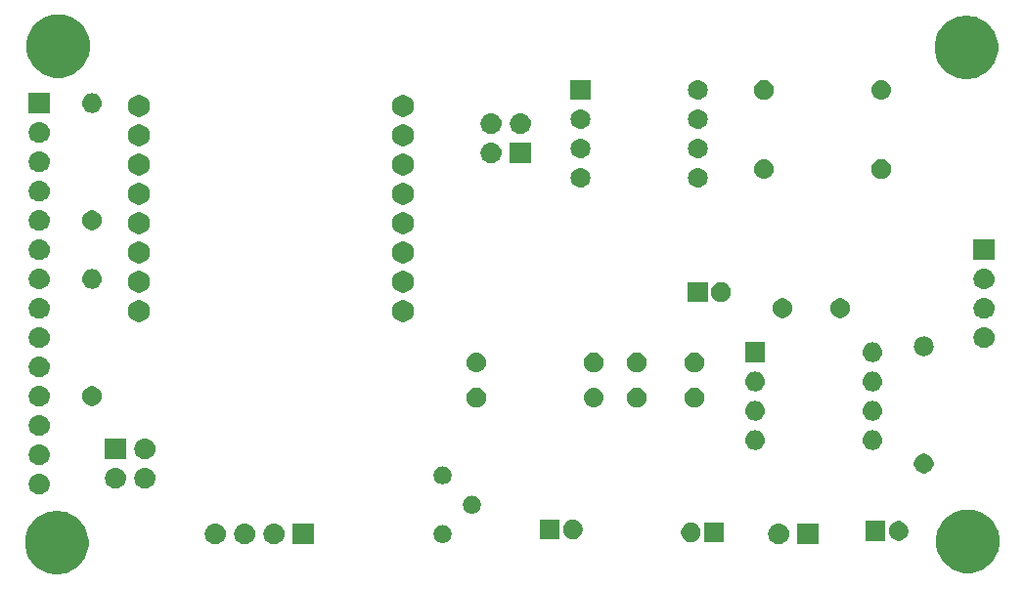
<source format=gbs>
G04 #@! TF.GenerationSoftware,KiCad,Pcbnew,5.0.2+dfsg1-1~bpo9+1*
G04 #@! TF.CreationDate,2020-07-13T10:59:22+01:00*
G04 #@! TF.ProjectId,esp8bit,65737038-6269-4742-9e6b-696361645f70,rev?*
G04 #@! TF.SameCoordinates,Original*
G04 #@! TF.FileFunction,Soldermask,Bot*
G04 #@! TF.FilePolarity,Negative*
%FSLAX46Y46*%
G04 Gerber Fmt 4.6, Leading zero omitted, Abs format (unit mm)*
G04 Created by KiCad (PCBNEW 5.0.2+dfsg1-1~bpo9+1) date Mon 13 Jul 2020 10:59:22 IST*
%MOMM*%
%LPD*%
G01*
G04 APERTURE LIST*
%ADD10C,0.100000*%
G04 APERTURE END LIST*
D10*
G36*
X80775630Y-84418874D02*
X81066437Y-84476719D01*
X81567087Y-84684095D01*
X82014622Y-84983129D01*
X82017663Y-84985161D01*
X82400839Y-85368337D01*
X82400841Y-85368340D01*
X82701905Y-85818913D01*
X82894576Y-86284062D01*
X82909281Y-86319564D01*
X82999969Y-86775481D01*
X83015000Y-86851050D01*
X83015000Y-87392950D01*
X82909281Y-87924437D01*
X82701905Y-88425087D01*
X82485700Y-88748660D01*
X82400839Y-88875663D01*
X82017663Y-89258839D01*
X82017660Y-89258841D01*
X81567087Y-89559905D01*
X81066437Y-89767281D01*
X80800694Y-89820140D01*
X80534951Y-89873000D01*
X79993049Y-89873000D01*
X79727306Y-89820140D01*
X79461563Y-89767281D01*
X78960913Y-89559905D01*
X78510340Y-89258841D01*
X78510337Y-89258839D01*
X78127161Y-88875663D01*
X78042300Y-88748660D01*
X77826095Y-88425087D01*
X77618719Y-87924437D01*
X77513000Y-87392950D01*
X77513000Y-86851050D01*
X77528032Y-86775481D01*
X77618719Y-86319564D01*
X77633424Y-86284062D01*
X77826095Y-85818913D01*
X78127159Y-85368340D01*
X78127161Y-85368337D01*
X78510337Y-84985161D01*
X78513378Y-84983129D01*
X78960913Y-84684095D01*
X79461563Y-84476719D01*
X79752370Y-84418874D01*
X79993049Y-84371000D01*
X80534951Y-84371000D01*
X80775630Y-84418874D01*
X80775630Y-84418874D01*
G37*
G36*
X159667694Y-84296860D02*
X159933437Y-84349719D01*
X160434087Y-84557095D01*
X160624155Y-84684095D01*
X160884663Y-84858161D01*
X161267839Y-85241337D01*
X161267841Y-85241340D01*
X161568905Y-85691913D01*
X161772474Y-86183373D01*
X161776281Y-86192564D01*
X161878503Y-86706466D01*
X161882000Y-86724050D01*
X161882000Y-87265950D01*
X161776281Y-87797437D01*
X161568905Y-88298087D01*
X161484046Y-88425087D01*
X161267839Y-88748663D01*
X160884663Y-89131839D01*
X160884660Y-89131841D01*
X160434087Y-89432905D01*
X159933437Y-89640281D01*
X159667693Y-89693141D01*
X159401951Y-89746000D01*
X158860049Y-89746000D01*
X158594306Y-89693140D01*
X158328563Y-89640281D01*
X157827913Y-89432905D01*
X157377340Y-89131841D01*
X157377337Y-89131839D01*
X156994161Y-88748663D01*
X156777954Y-88425087D01*
X156693095Y-88298087D01*
X156485719Y-87797437D01*
X156380000Y-87265950D01*
X156380000Y-86724050D01*
X156383498Y-86706466D01*
X156485719Y-86192564D01*
X156489526Y-86183373D01*
X156693095Y-85691913D01*
X156994159Y-85241340D01*
X156994161Y-85241337D01*
X157377337Y-84858161D01*
X157637845Y-84684095D01*
X157827913Y-84557095D01*
X158328563Y-84349719D01*
X158594306Y-84296860D01*
X158860049Y-84244000D01*
X159401951Y-84244000D01*
X159667694Y-84296860D01*
X159667694Y-84296860D01*
G37*
G36*
X94090442Y-85465518D02*
X94156627Y-85472037D01*
X94269853Y-85506384D01*
X94326467Y-85523557D01*
X94417068Y-85571985D01*
X94482991Y-85607222D01*
X94496890Y-85618629D01*
X94620186Y-85719814D01*
X94701513Y-85818913D01*
X94732778Y-85857009D01*
X94732779Y-85857011D01*
X94816443Y-86013533D01*
X94816443Y-86013534D01*
X94867963Y-86183373D01*
X94885359Y-86360000D01*
X94867963Y-86536627D01*
X94837788Y-86636100D01*
X94816443Y-86706467D01*
X94750412Y-86830000D01*
X94732778Y-86862991D01*
X94707318Y-86894014D01*
X94620186Y-87000186D01*
X94518729Y-87083448D01*
X94482991Y-87112778D01*
X94482989Y-87112779D01*
X94326467Y-87196443D01*
X94269853Y-87213616D01*
X94156627Y-87247963D01*
X94090442Y-87254482D01*
X94024260Y-87261000D01*
X93935740Y-87261000D01*
X93869558Y-87254482D01*
X93803373Y-87247963D01*
X93690147Y-87213616D01*
X93633533Y-87196443D01*
X93477011Y-87112779D01*
X93477009Y-87112778D01*
X93441271Y-87083448D01*
X93339814Y-87000186D01*
X93252682Y-86894014D01*
X93227222Y-86862991D01*
X93209588Y-86830000D01*
X93143557Y-86706467D01*
X93122212Y-86636100D01*
X93092037Y-86536627D01*
X93074641Y-86360000D01*
X93092037Y-86183373D01*
X93143557Y-86013534D01*
X93143557Y-86013533D01*
X93227221Y-85857011D01*
X93227222Y-85857009D01*
X93258487Y-85818913D01*
X93339814Y-85719814D01*
X93463110Y-85618629D01*
X93477009Y-85607222D01*
X93542932Y-85571985D01*
X93633533Y-85523557D01*
X93690147Y-85506384D01*
X93803373Y-85472037D01*
X93869558Y-85465518D01*
X93935740Y-85459000D01*
X94024260Y-85459000D01*
X94090442Y-85465518D01*
X94090442Y-85465518D01*
G37*
G36*
X99170442Y-85465518D02*
X99236627Y-85472037D01*
X99349853Y-85506384D01*
X99406467Y-85523557D01*
X99497068Y-85571985D01*
X99562991Y-85607222D01*
X99576890Y-85618629D01*
X99700186Y-85719814D01*
X99781513Y-85818913D01*
X99812778Y-85857009D01*
X99812779Y-85857011D01*
X99896443Y-86013533D01*
X99896443Y-86013534D01*
X99947963Y-86183373D01*
X99965359Y-86360000D01*
X99947963Y-86536627D01*
X99917788Y-86636100D01*
X99896443Y-86706467D01*
X99830412Y-86830000D01*
X99812778Y-86862991D01*
X99787318Y-86894014D01*
X99700186Y-87000186D01*
X99598729Y-87083448D01*
X99562991Y-87112778D01*
X99562989Y-87112779D01*
X99406467Y-87196443D01*
X99349853Y-87213616D01*
X99236627Y-87247963D01*
X99170442Y-87254482D01*
X99104260Y-87261000D01*
X99015740Y-87261000D01*
X98949558Y-87254482D01*
X98883373Y-87247963D01*
X98770147Y-87213616D01*
X98713533Y-87196443D01*
X98557011Y-87112779D01*
X98557009Y-87112778D01*
X98521271Y-87083448D01*
X98419814Y-87000186D01*
X98332682Y-86894014D01*
X98307222Y-86862991D01*
X98289588Y-86830000D01*
X98223557Y-86706467D01*
X98202212Y-86636100D01*
X98172037Y-86536627D01*
X98154641Y-86360000D01*
X98172037Y-86183373D01*
X98223557Y-86013534D01*
X98223557Y-86013533D01*
X98307221Y-85857011D01*
X98307222Y-85857009D01*
X98338487Y-85818913D01*
X98419814Y-85719814D01*
X98543110Y-85618629D01*
X98557009Y-85607222D01*
X98622932Y-85571985D01*
X98713533Y-85523557D01*
X98770147Y-85506384D01*
X98883373Y-85472037D01*
X98949558Y-85465518D01*
X99015740Y-85459000D01*
X99104260Y-85459000D01*
X99170442Y-85465518D01*
X99170442Y-85465518D01*
G37*
G36*
X146189000Y-87261000D02*
X144387000Y-87261000D01*
X144387000Y-85459000D01*
X146189000Y-85459000D01*
X146189000Y-87261000D01*
X146189000Y-87261000D01*
G37*
G36*
X142858442Y-85465518D02*
X142924627Y-85472037D01*
X143037853Y-85506384D01*
X143094467Y-85523557D01*
X143185068Y-85571985D01*
X143250991Y-85607222D01*
X143264890Y-85618629D01*
X143388186Y-85719814D01*
X143469513Y-85818913D01*
X143500778Y-85857009D01*
X143500779Y-85857011D01*
X143584443Y-86013533D01*
X143584443Y-86013534D01*
X143635963Y-86183373D01*
X143653359Y-86360000D01*
X143635963Y-86536627D01*
X143605788Y-86636100D01*
X143584443Y-86706467D01*
X143518412Y-86830000D01*
X143500778Y-86862991D01*
X143475318Y-86894014D01*
X143388186Y-87000186D01*
X143286729Y-87083448D01*
X143250991Y-87112778D01*
X143250989Y-87112779D01*
X143094467Y-87196443D01*
X143037853Y-87213616D01*
X142924627Y-87247963D01*
X142858442Y-87254482D01*
X142792260Y-87261000D01*
X142703740Y-87261000D01*
X142637558Y-87254482D01*
X142571373Y-87247963D01*
X142458147Y-87213616D01*
X142401533Y-87196443D01*
X142245011Y-87112779D01*
X142245009Y-87112778D01*
X142209271Y-87083448D01*
X142107814Y-87000186D01*
X142020682Y-86894014D01*
X141995222Y-86862991D01*
X141977588Y-86830000D01*
X141911557Y-86706467D01*
X141890212Y-86636100D01*
X141860037Y-86536627D01*
X141842641Y-86360000D01*
X141860037Y-86183373D01*
X141911557Y-86013534D01*
X141911557Y-86013533D01*
X141995221Y-85857011D01*
X141995222Y-85857009D01*
X142026487Y-85818913D01*
X142107814Y-85719814D01*
X142231110Y-85618629D01*
X142245009Y-85607222D01*
X142310932Y-85571985D01*
X142401533Y-85523557D01*
X142458147Y-85506384D01*
X142571373Y-85472037D01*
X142637558Y-85465518D01*
X142703740Y-85459000D01*
X142792260Y-85459000D01*
X142858442Y-85465518D01*
X142858442Y-85465518D01*
G37*
G36*
X96630442Y-85465518D02*
X96696627Y-85472037D01*
X96809853Y-85506384D01*
X96866467Y-85523557D01*
X96957068Y-85571985D01*
X97022991Y-85607222D01*
X97036890Y-85618629D01*
X97160186Y-85719814D01*
X97241513Y-85818913D01*
X97272778Y-85857009D01*
X97272779Y-85857011D01*
X97356443Y-86013533D01*
X97356443Y-86013534D01*
X97407963Y-86183373D01*
X97425359Y-86360000D01*
X97407963Y-86536627D01*
X97377788Y-86636100D01*
X97356443Y-86706467D01*
X97290412Y-86830000D01*
X97272778Y-86862991D01*
X97247318Y-86894014D01*
X97160186Y-87000186D01*
X97058729Y-87083448D01*
X97022991Y-87112778D01*
X97022989Y-87112779D01*
X96866467Y-87196443D01*
X96809853Y-87213616D01*
X96696627Y-87247963D01*
X96630442Y-87254482D01*
X96564260Y-87261000D01*
X96475740Y-87261000D01*
X96409558Y-87254482D01*
X96343373Y-87247963D01*
X96230147Y-87213616D01*
X96173533Y-87196443D01*
X96017011Y-87112779D01*
X96017009Y-87112778D01*
X95981271Y-87083448D01*
X95879814Y-87000186D01*
X95792682Y-86894014D01*
X95767222Y-86862991D01*
X95749588Y-86830000D01*
X95683557Y-86706467D01*
X95662212Y-86636100D01*
X95632037Y-86536627D01*
X95614641Y-86360000D01*
X95632037Y-86183373D01*
X95683557Y-86013534D01*
X95683557Y-86013533D01*
X95767221Y-85857011D01*
X95767222Y-85857009D01*
X95798487Y-85818913D01*
X95879814Y-85719814D01*
X96003110Y-85618629D01*
X96017009Y-85607222D01*
X96082932Y-85571985D01*
X96173533Y-85523557D01*
X96230147Y-85506384D01*
X96343373Y-85472037D01*
X96409558Y-85465518D01*
X96475740Y-85459000D01*
X96564260Y-85459000D01*
X96630442Y-85465518D01*
X96630442Y-85465518D01*
G37*
G36*
X102501000Y-87261000D02*
X100699000Y-87261000D01*
X100699000Y-85459000D01*
X102501000Y-85459000D01*
X102501000Y-87261000D01*
X102501000Y-87261000D01*
G37*
G36*
X113790589Y-85598876D02*
X113889893Y-85618629D01*
X114030206Y-85676748D01*
X114156484Y-85761125D01*
X114263875Y-85868516D01*
X114348252Y-85994794D01*
X114406371Y-86135107D01*
X114436000Y-86284063D01*
X114436000Y-86435937D01*
X114406371Y-86584893D01*
X114348252Y-86725206D01*
X114263875Y-86851484D01*
X114156484Y-86958875D01*
X114030206Y-87043252D01*
X113889893Y-87101371D01*
X113790589Y-87121124D01*
X113740938Y-87131000D01*
X113589062Y-87131000D01*
X113539411Y-87121124D01*
X113440107Y-87101371D01*
X113299794Y-87043252D01*
X113173516Y-86958875D01*
X113066125Y-86851484D01*
X112981748Y-86725206D01*
X112923629Y-86584893D01*
X112894000Y-86435937D01*
X112894000Y-86284063D01*
X112923629Y-86135107D01*
X112981748Y-85994794D01*
X113066125Y-85868516D01*
X113173516Y-85761125D01*
X113299794Y-85676748D01*
X113440107Y-85618629D01*
X113539411Y-85598876D01*
X113589062Y-85589000D01*
X113740938Y-85589000D01*
X113790589Y-85598876D01*
X113790589Y-85598876D01*
G37*
G36*
X138011000Y-87084000D02*
X136309000Y-87084000D01*
X136309000Y-85382000D01*
X138011000Y-85382000D01*
X138011000Y-87084000D01*
X138011000Y-87084000D01*
G37*
G36*
X135408228Y-85414703D02*
X135563100Y-85478853D01*
X135702481Y-85571985D01*
X135821015Y-85690519D01*
X135914147Y-85829900D01*
X135978297Y-85984772D01*
X136011000Y-86149184D01*
X136011000Y-86316816D01*
X135978297Y-86481228D01*
X135914147Y-86636100D01*
X135821015Y-86775481D01*
X135702481Y-86894015D01*
X135563100Y-86987147D01*
X135408228Y-87051297D01*
X135243816Y-87084000D01*
X135076184Y-87084000D01*
X134911772Y-87051297D01*
X134756900Y-86987147D01*
X134617519Y-86894015D01*
X134498985Y-86775481D01*
X134405853Y-86636100D01*
X134341703Y-86481228D01*
X134309000Y-86316816D01*
X134309000Y-86149184D01*
X134341703Y-85984772D01*
X134405853Y-85829900D01*
X134498985Y-85690519D01*
X134617519Y-85571985D01*
X134756900Y-85478853D01*
X134911772Y-85414703D01*
X135076184Y-85382000D01*
X135243816Y-85382000D01*
X135408228Y-85414703D01*
X135408228Y-85414703D01*
G37*
G36*
X151981000Y-86957000D02*
X150279000Y-86957000D01*
X150279000Y-85255000D01*
X151981000Y-85255000D01*
X151981000Y-86957000D01*
X151981000Y-86957000D01*
G37*
G36*
X153378228Y-85287703D02*
X153533100Y-85351853D01*
X153672481Y-85444985D01*
X153791015Y-85563519D01*
X153884147Y-85702900D01*
X153948297Y-85857772D01*
X153981000Y-86022184D01*
X153981000Y-86189816D01*
X153948297Y-86354228D01*
X153884147Y-86509100D01*
X153791015Y-86648481D01*
X153672481Y-86767015D01*
X153533100Y-86860147D01*
X153378228Y-86924297D01*
X153213816Y-86957000D01*
X153046184Y-86957000D01*
X152881772Y-86924297D01*
X152726900Y-86860147D01*
X152587519Y-86767015D01*
X152468985Y-86648481D01*
X152375853Y-86509100D01*
X152311703Y-86354228D01*
X152279000Y-86189816D01*
X152279000Y-86022184D01*
X152311703Y-85857772D01*
X152375853Y-85702900D01*
X152468985Y-85563519D01*
X152587519Y-85444985D01*
X152726900Y-85351853D01*
X152881772Y-85287703D01*
X153046184Y-85255000D01*
X153213816Y-85255000D01*
X153378228Y-85287703D01*
X153378228Y-85287703D01*
G37*
G36*
X125184228Y-85160703D02*
X125339100Y-85224853D01*
X125478481Y-85317985D01*
X125597015Y-85436519D01*
X125690147Y-85575900D01*
X125754297Y-85730772D01*
X125787000Y-85895184D01*
X125787000Y-86062816D01*
X125754297Y-86227228D01*
X125690147Y-86382100D01*
X125597015Y-86521481D01*
X125478481Y-86640015D01*
X125339100Y-86733147D01*
X125184228Y-86797297D01*
X125019816Y-86830000D01*
X124852184Y-86830000D01*
X124687772Y-86797297D01*
X124532900Y-86733147D01*
X124393519Y-86640015D01*
X124274985Y-86521481D01*
X124181853Y-86382100D01*
X124117703Y-86227228D01*
X124085000Y-86062816D01*
X124085000Y-85895184D01*
X124117703Y-85730772D01*
X124181853Y-85575900D01*
X124274985Y-85436519D01*
X124393519Y-85317985D01*
X124532900Y-85224853D01*
X124687772Y-85160703D01*
X124852184Y-85128000D01*
X125019816Y-85128000D01*
X125184228Y-85160703D01*
X125184228Y-85160703D01*
G37*
G36*
X123787000Y-86830000D02*
X122085000Y-86830000D01*
X122085000Y-85128000D01*
X123787000Y-85128000D01*
X123787000Y-86830000D01*
X123787000Y-86830000D01*
G37*
G36*
X116330589Y-83058876D02*
X116429893Y-83078629D01*
X116570206Y-83136748D01*
X116696484Y-83221125D01*
X116803875Y-83328516D01*
X116888252Y-83454794D01*
X116946371Y-83595107D01*
X116976000Y-83744063D01*
X116976000Y-83895937D01*
X116946371Y-84044893D01*
X116888252Y-84185206D01*
X116803875Y-84311484D01*
X116696484Y-84418875D01*
X116570206Y-84503252D01*
X116429893Y-84561371D01*
X116330589Y-84581124D01*
X116280938Y-84591000D01*
X116129062Y-84591000D01*
X116079411Y-84581124D01*
X115980107Y-84561371D01*
X115839794Y-84503252D01*
X115713516Y-84418875D01*
X115606125Y-84311484D01*
X115521748Y-84185206D01*
X115463629Y-84044893D01*
X115434000Y-83895937D01*
X115434000Y-83744063D01*
X115463629Y-83595107D01*
X115521748Y-83454794D01*
X115606125Y-83328516D01*
X115713516Y-83221125D01*
X115839794Y-83136748D01*
X115980107Y-83078629D01*
X116079411Y-83058876D01*
X116129062Y-83049000D01*
X116280938Y-83049000D01*
X116330589Y-83058876D01*
X116330589Y-83058876D01*
G37*
G36*
X78850443Y-81147519D02*
X78916627Y-81154037D01*
X79027049Y-81187533D01*
X79086467Y-81205557D01*
X79225087Y-81279652D01*
X79242991Y-81289222D01*
X79278729Y-81318552D01*
X79380186Y-81401814D01*
X79463448Y-81503271D01*
X79492778Y-81539009D01*
X79492779Y-81539011D01*
X79576443Y-81695533D01*
X79593616Y-81752147D01*
X79627963Y-81865373D01*
X79645359Y-82042000D01*
X79627963Y-82218627D01*
X79607289Y-82286779D01*
X79576443Y-82388467D01*
X79551570Y-82435000D01*
X79492778Y-82544991D01*
X79463448Y-82580729D01*
X79380186Y-82682186D01*
X79278729Y-82765448D01*
X79242991Y-82794778D01*
X79242989Y-82794779D01*
X79086467Y-82878443D01*
X79029853Y-82895616D01*
X78916627Y-82929963D01*
X78850443Y-82936481D01*
X78784260Y-82943000D01*
X78695740Y-82943000D01*
X78629557Y-82936481D01*
X78563373Y-82929963D01*
X78450147Y-82895616D01*
X78393533Y-82878443D01*
X78237011Y-82794779D01*
X78237009Y-82794778D01*
X78201271Y-82765448D01*
X78099814Y-82682186D01*
X78016552Y-82580729D01*
X77987222Y-82544991D01*
X77928430Y-82435000D01*
X77903557Y-82388467D01*
X77872711Y-82286779D01*
X77852037Y-82218627D01*
X77834641Y-82042000D01*
X77852037Y-81865373D01*
X77886384Y-81752147D01*
X77903557Y-81695533D01*
X77987221Y-81539011D01*
X77987222Y-81539009D01*
X78016552Y-81503271D01*
X78099814Y-81401814D01*
X78201271Y-81318552D01*
X78237009Y-81289222D01*
X78254913Y-81279652D01*
X78393533Y-81205557D01*
X78452951Y-81187533D01*
X78563373Y-81154037D01*
X78629557Y-81147519D01*
X78695740Y-81141000D01*
X78784260Y-81141000D01*
X78850443Y-81147519D01*
X78850443Y-81147519D01*
G37*
G36*
X87994443Y-80639519D02*
X88060627Y-80646037D01*
X88173853Y-80680384D01*
X88230467Y-80697557D01*
X88369087Y-80771652D01*
X88386991Y-80781222D01*
X88417769Y-80806481D01*
X88524186Y-80893814D01*
X88607448Y-80995271D01*
X88636778Y-81031009D01*
X88636779Y-81031011D01*
X88720443Y-81187533D01*
X88720443Y-81187534D01*
X88771963Y-81357373D01*
X88789359Y-81534000D01*
X88771963Y-81710627D01*
X88753502Y-81771484D01*
X88720443Y-81880467D01*
X88676193Y-81963251D01*
X88636778Y-82036991D01*
X88632667Y-82042000D01*
X88524186Y-82174186D01*
X88422729Y-82257448D01*
X88386991Y-82286778D01*
X88386989Y-82286779D01*
X88230467Y-82370443D01*
X88173853Y-82387616D01*
X88060627Y-82421963D01*
X87994443Y-82428481D01*
X87928260Y-82435000D01*
X87839740Y-82435000D01*
X87773557Y-82428481D01*
X87707373Y-82421963D01*
X87594147Y-82387616D01*
X87537533Y-82370443D01*
X87381011Y-82286779D01*
X87381009Y-82286778D01*
X87345271Y-82257448D01*
X87243814Y-82174186D01*
X87135333Y-82042000D01*
X87131222Y-82036991D01*
X87091807Y-81963251D01*
X87047557Y-81880467D01*
X87014498Y-81771484D01*
X86996037Y-81710627D01*
X86978641Y-81534000D01*
X86996037Y-81357373D01*
X87047557Y-81187534D01*
X87047557Y-81187533D01*
X87131221Y-81031011D01*
X87131222Y-81031009D01*
X87160552Y-80995271D01*
X87243814Y-80893814D01*
X87350231Y-80806481D01*
X87381009Y-80781222D01*
X87398913Y-80771652D01*
X87537533Y-80697557D01*
X87594147Y-80680384D01*
X87707373Y-80646037D01*
X87773557Y-80639519D01*
X87839740Y-80633000D01*
X87928260Y-80633000D01*
X87994443Y-80639519D01*
X87994443Y-80639519D01*
G37*
G36*
X85454443Y-80639519D02*
X85520627Y-80646037D01*
X85633853Y-80680384D01*
X85690467Y-80697557D01*
X85829087Y-80771652D01*
X85846991Y-80781222D01*
X85877769Y-80806481D01*
X85984186Y-80893814D01*
X86067448Y-80995271D01*
X86096778Y-81031009D01*
X86096779Y-81031011D01*
X86180443Y-81187533D01*
X86180443Y-81187534D01*
X86231963Y-81357373D01*
X86249359Y-81534000D01*
X86231963Y-81710627D01*
X86213502Y-81771484D01*
X86180443Y-81880467D01*
X86136193Y-81963251D01*
X86096778Y-82036991D01*
X86092667Y-82042000D01*
X85984186Y-82174186D01*
X85882729Y-82257448D01*
X85846991Y-82286778D01*
X85846989Y-82286779D01*
X85690467Y-82370443D01*
X85633853Y-82387616D01*
X85520627Y-82421963D01*
X85454443Y-82428481D01*
X85388260Y-82435000D01*
X85299740Y-82435000D01*
X85233557Y-82428481D01*
X85167373Y-82421963D01*
X85054147Y-82387616D01*
X84997533Y-82370443D01*
X84841011Y-82286779D01*
X84841009Y-82286778D01*
X84805271Y-82257448D01*
X84703814Y-82174186D01*
X84595333Y-82042000D01*
X84591222Y-82036991D01*
X84551807Y-81963251D01*
X84507557Y-81880467D01*
X84474498Y-81771484D01*
X84456037Y-81710627D01*
X84438641Y-81534000D01*
X84456037Y-81357373D01*
X84507557Y-81187534D01*
X84507557Y-81187533D01*
X84591221Y-81031011D01*
X84591222Y-81031009D01*
X84620552Y-80995271D01*
X84703814Y-80893814D01*
X84810231Y-80806481D01*
X84841009Y-80781222D01*
X84858913Y-80771652D01*
X84997533Y-80697557D01*
X85054147Y-80680384D01*
X85167373Y-80646037D01*
X85233557Y-80639519D01*
X85299740Y-80633000D01*
X85388260Y-80633000D01*
X85454443Y-80639519D01*
X85454443Y-80639519D01*
G37*
G36*
X113790589Y-80518876D02*
X113889893Y-80538629D01*
X114030206Y-80596748D01*
X114156484Y-80681125D01*
X114263875Y-80788516D01*
X114348252Y-80914794D01*
X114406371Y-81055107D01*
X114406371Y-81055109D01*
X114436000Y-81204062D01*
X114436000Y-81355938D01*
X114435714Y-81357375D01*
X114406371Y-81504893D01*
X114348252Y-81645206D01*
X114263875Y-81771484D01*
X114156484Y-81878875D01*
X114030206Y-81963252D01*
X113889893Y-82021371D01*
X113811365Y-82036991D01*
X113740938Y-82051000D01*
X113589062Y-82051000D01*
X113518635Y-82036991D01*
X113440107Y-82021371D01*
X113299794Y-81963252D01*
X113173516Y-81878875D01*
X113066125Y-81771484D01*
X112981748Y-81645206D01*
X112923629Y-81504893D01*
X112894286Y-81357375D01*
X112894000Y-81355938D01*
X112894000Y-81204062D01*
X112923629Y-81055109D01*
X112923629Y-81055107D01*
X112981748Y-80914794D01*
X113066125Y-80788516D01*
X113173516Y-80681125D01*
X113299794Y-80596748D01*
X113440107Y-80538629D01*
X113539411Y-80518876D01*
X113589062Y-80509000D01*
X113740938Y-80509000D01*
X113790589Y-80518876D01*
X113790589Y-80518876D01*
G37*
G36*
X155569228Y-79445703D02*
X155724100Y-79509853D01*
X155863481Y-79602985D01*
X155982015Y-79721519D01*
X156075147Y-79860900D01*
X156139297Y-80015772D01*
X156172000Y-80180184D01*
X156172000Y-80347816D01*
X156139297Y-80512228D01*
X156075147Y-80667100D01*
X155982015Y-80806481D01*
X155863481Y-80925015D01*
X155724100Y-81018147D01*
X155569228Y-81082297D01*
X155404816Y-81115000D01*
X155237184Y-81115000D01*
X155072772Y-81082297D01*
X154917900Y-81018147D01*
X154778519Y-80925015D01*
X154659985Y-80806481D01*
X154566853Y-80667100D01*
X154502703Y-80512228D01*
X154470000Y-80347816D01*
X154470000Y-80180184D01*
X154502703Y-80015772D01*
X154566853Y-79860900D01*
X154659985Y-79721519D01*
X154778519Y-79602985D01*
X154917900Y-79509853D01*
X155072772Y-79445703D01*
X155237184Y-79413000D01*
X155404816Y-79413000D01*
X155569228Y-79445703D01*
X155569228Y-79445703D01*
G37*
G36*
X78850442Y-78607518D02*
X78916627Y-78614037D01*
X79027049Y-78647533D01*
X79086467Y-78665557D01*
X79164146Y-78707078D01*
X79242991Y-78749222D01*
X79278729Y-78778552D01*
X79380186Y-78861814D01*
X79463448Y-78963271D01*
X79492778Y-78999009D01*
X79492779Y-78999011D01*
X79576443Y-79155533D01*
X79593616Y-79212147D01*
X79627963Y-79325373D01*
X79645359Y-79502000D01*
X79627963Y-79678627D01*
X79607289Y-79746779D01*
X79576443Y-79848467D01*
X79551570Y-79895000D01*
X79492778Y-80004991D01*
X79483930Y-80015772D01*
X79380186Y-80142186D01*
X79278729Y-80225448D01*
X79242991Y-80254778D01*
X79242989Y-80254779D01*
X79086467Y-80338443D01*
X79029853Y-80355616D01*
X78916627Y-80389963D01*
X78850442Y-80396482D01*
X78784260Y-80403000D01*
X78695740Y-80403000D01*
X78629558Y-80396482D01*
X78563373Y-80389963D01*
X78450147Y-80355616D01*
X78393533Y-80338443D01*
X78237011Y-80254779D01*
X78237009Y-80254778D01*
X78201271Y-80225448D01*
X78099814Y-80142186D01*
X77996070Y-80015772D01*
X77987222Y-80004991D01*
X77928430Y-79895000D01*
X77903557Y-79848467D01*
X77872711Y-79746779D01*
X77852037Y-79678627D01*
X77834641Y-79502000D01*
X77852037Y-79325373D01*
X77886384Y-79212147D01*
X77903557Y-79155533D01*
X77987221Y-78999011D01*
X77987222Y-78999009D01*
X78016552Y-78963271D01*
X78099814Y-78861814D01*
X78201271Y-78778552D01*
X78237009Y-78749222D01*
X78315854Y-78707078D01*
X78393533Y-78665557D01*
X78452951Y-78647533D01*
X78563373Y-78614037D01*
X78629558Y-78607518D01*
X78695740Y-78601000D01*
X78784260Y-78601000D01*
X78850442Y-78607518D01*
X78850442Y-78607518D01*
G37*
G36*
X87994442Y-78099518D02*
X88060627Y-78106037D01*
X88173853Y-78140384D01*
X88230467Y-78157557D01*
X88369087Y-78231652D01*
X88386991Y-78241222D01*
X88422729Y-78270552D01*
X88524186Y-78353814D01*
X88607448Y-78455271D01*
X88636778Y-78491009D01*
X88636779Y-78491011D01*
X88720443Y-78647533D01*
X88720443Y-78647534D01*
X88771963Y-78817373D01*
X88789359Y-78994000D01*
X88771963Y-79170627D01*
X88737616Y-79283853D01*
X88720443Y-79340467D01*
X88664192Y-79445703D01*
X88636778Y-79496991D01*
X88607448Y-79532729D01*
X88524186Y-79634186D01*
X88422729Y-79717448D01*
X88386991Y-79746778D01*
X88386989Y-79746779D01*
X88230467Y-79830443D01*
X88173853Y-79847616D01*
X88060627Y-79881963D01*
X87994443Y-79888481D01*
X87928260Y-79895000D01*
X87839740Y-79895000D01*
X87773557Y-79888481D01*
X87707373Y-79881963D01*
X87594147Y-79847616D01*
X87537533Y-79830443D01*
X87381011Y-79746779D01*
X87381009Y-79746778D01*
X87345271Y-79717448D01*
X87243814Y-79634186D01*
X87160552Y-79532729D01*
X87131222Y-79496991D01*
X87103808Y-79445703D01*
X87047557Y-79340467D01*
X87030384Y-79283853D01*
X86996037Y-79170627D01*
X86978641Y-78994000D01*
X86996037Y-78817373D01*
X87047557Y-78647534D01*
X87047557Y-78647533D01*
X87131221Y-78491011D01*
X87131222Y-78491009D01*
X87160552Y-78455271D01*
X87243814Y-78353814D01*
X87345271Y-78270552D01*
X87381009Y-78241222D01*
X87398913Y-78231652D01*
X87537533Y-78157557D01*
X87594147Y-78140384D01*
X87707373Y-78106037D01*
X87773558Y-78099518D01*
X87839740Y-78093000D01*
X87928260Y-78093000D01*
X87994442Y-78099518D01*
X87994442Y-78099518D01*
G37*
G36*
X86245000Y-79895000D02*
X84443000Y-79895000D01*
X84443000Y-78093000D01*
X86245000Y-78093000D01*
X86245000Y-79895000D01*
X86245000Y-79895000D01*
G37*
G36*
X140882821Y-77393313D02*
X140882824Y-77393314D01*
X140882825Y-77393314D01*
X141043239Y-77441975D01*
X141043241Y-77441976D01*
X141043244Y-77441977D01*
X141191078Y-77520995D01*
X141320659Y-77627341D01*
X141427005Y-77756922D01*
X141506023Y-77904756D01*
X141554687Y-78065179D01*
X141571117Y-78232000D01*
X141554687Y-78398821D01*
X141554686Y-78398824D01*
X141554686Y-78398825D01*
X141526722Y-78491011D01*
X141506023Y-78559244D01*
X141427005Y-78707078D01*
X141320659Y-78836659D01*
X141191078Y-78943005D01*
X141043244Y-79022023D01*
X141043241Y-79022024D01*
X141043239Y-79022025D01*
X140882825Y-79070686D01*
X140882824Y-79070686D01*
X140882821Y-79070687D01*
X140757804Y-79083000D01*
X140674196Y-79083000D01*
X140549179Y-79070687D01*
X140549176Y-79070686D01*
X140549175Y-79070686D01*
X140388761Y-79022025D01*
X140388759Y-79022024D01*
X140388756Y-79022023D01*
X140240922Y-78943005D01*
X140111341Y-78836659D01*
X140004995Y-78707078D01*
X139925977Y-78559244D01*
X139905279Y-78491011D01*
X139877314Y-78398825D01*
X139877314Y-78398824D01*
X139877313Y-78398821D01*
X139860883Y-78232000D01*
X139877313Y-78065179D01*
X139925977Y-77904756D01*
X140004995Y-77756922D01*
X140111341Y-77627341D01*
X140240922Y-77520995D01*
X140388756Y-77441977D01*
X140388759Y-77441976D01*
X140388761Y-77441975D01*
X140549175Y-77393314D01*
X140549176Y-77393314D01*
X140549179Y-77393313D01*
X140674196Y-77381000D01*
X140757804Y-77381000D01*
X140882821Y-77393313D01*
X140882821Y-77393313D01*
G37*
G36*
X151042821Y-77393313D02*
X151042824Y-77393314D01*
X151042825Y-77393314D01*
X151203239Y-77441975D01*
X151203241Y-77441976D01*
X151203244Y-77441977D01*
X151351078Y-77520995D01*
X151480659Y-77627341D01*
X151587005Y-77756922D01*
X151666023Y-77904756D01*
X151714687Y-78065179D01*
X151731117Y-78232000D01*
X151714687Y-78398821D01*
X151714686Y-78398824D01*
X151714686Y-78398825D01*
X151686722Y-78491011D01*
X151666023Y-78559244D01*
X151587005Y-78707078D01*
X151480659Y-78836659D01*
X151351078Y-78943005D01*
X151203244Y-79022023D01*
X151203241Y-79022024D01*
X151203239Y-79022025D01*
X151042825Y-79070686D01*
X151042824Y-79070686D01*
X151042821Y-79070687D01*
X150917804Y-79083000D01*
X150834196Y-79083000D01*
X150709179Y-79070687D01*
X150709176Y-79070686D01*
X150709175Y-79070686D01*
X150548761Y-79022025D01*
X150548759Y-79022024D01*
X150548756Y-79022023D01*
X150400922Y-78943005D01*
X150271341Y-78836659D01*
X150164995Y-78707078D01*
X150085977Y-78559244D01*
X150065279Y-78491011D01*
X150037314Y-78398825D01*
X150037314Y-78398824D01*
X150037313Y-78398821D01*
X150020883Y-78232000D01*
X150037313Y-78065179D01*
X150085977Y-77904756D01*
X150164995Y-77756922D01*
X150271341Y-77627341D01*
X150400922Y-77520995D01*
X150548756Y-77441977D01*
X150548759Y-77441976D01*
X150548761Y-77441975D01*
X150709175Y-77393314D01*
X150709176Y-77393314D01*
X150709179Y-77393313D01*
X150834196Y-77381000D01*
X150917804Y-77381000D01*
X151042821Y-77393313D01*
X151042821Y-77393313D01*
G37*
G36*
X78850443Y-76067519D02*
X78916627Y-76074037D01*
X79029853Y-76108384D01*
X79086467Y-76125557D01*
X79164146Y-76167078D01*
X79242991Y-76209222D01*
X79278729Y-76238552D01*
X79380186Y-76321814D01*
X79463448Y-76423271D01*
X79492778Y-76459009D01*
X79492779Y-76459011D01*
X79576443Y-76615533D01*
X79576443Y-76615534D01*
X79627963Y-76785373D01*
X79645359Y-76962000D01*
X79627963Y-77138627D01*
X79593616Y-77251853D01*
X79576443Y-77308467D01*
X79505080Y-77441975D01*
X79492778Y-77464991D01*
X79463448Y-77500729D01*
X79380186Y-77602186D01*
X79278729Y-77685448D01*
X79242991Y-77714778D01*
X79242989Y-77714779D01*
X79086467Y-77798443D01*
X79029853Y-77815616D01*
X78916627Y-77849963D01*
X78850443Y-77856481D01*
X78784260Y-77863000D01*
X78695740Y-77863000D01*
X78629557Y-77856481D01*
X78563373Y-77849963D01*
X78450147Y-77815616D01*
X78393533Y-77798443D01*
X78237011Y-77714779D01*
X78237009Y-77714778D01*
X78201271Y-77685448D01*
X78099814Y-77602186D01*
X78016552Y-77500729D01*
X77987222Y-77464991D01*
X77974920Y-77441975D01*
X77903557Y-77308467D01*
X77886384Y-77251853D01*
X77852037Y-77138627D01*
X77834641Y-76962000D01*
X77852037Y-76785373D01*
X77903557Y-76615534D01*
X77903557Y-76615533D01*
X77987221Y-76459011D01*
X77987222Y-76459009D01*
X78016552Y-76423271D01*
X78099814Y-76321814D01*
X78201271Y-76238552D01*
X78237009Y-76209222D01*
X78315854Y-76167078D01*
X78393533Y-76125557D01*
X78450147Y-76108384D01*
X78563373Y-76074037D01*
X78629557Y-76067519D01*
X78695740Y-76061000D01*
X78784260Y-76061000D01*
X78850443Y-76067519D01*
X78850443Y-76067519D01*
G37*
G36*
X140882821Y-74853313D02*
X140882824Y-74853314D01*
X140882825Y-74853314D01*
X141043239Y-74901975D01*
X141043241Y-74901976D01*
X141043244Y-74901977D01*
X141191078Y-74980995D01*
X141320659Y-75087341D01*
X141427005Y-75216922D01*
X141506023Y-75364756D01*
X141506024Y-75364759D01*
X141506025Y-75364761D01*
X141554686Y-75525175D01*
X141554687Y-75525179D01*
X141571117Y-75692000D01*
X141554687Y-75858821D01*
X141506023Y-76019244D01*
X141427005Y-76167078D01*
X141320659Y-76296659D01*
X141191078Y-76403005D01*
X141043244Y-76482023D01*
X141043241Y-76482024D01*
X141043239Y-76482025D01*
X140882825Y-76530686D01*
X140882824Y-76530686D01*
X140882821Y-76530687D01*
X140757804Y-76543000D01*
X140674196Y-76543000D01*
X140549179Y-76530687D01*
X140549176Y-76530686D01*
X140549175Y-76530686D01*
X140388761Y-76482025D01*
X140388759Y-76482024D01*
X140388756Y-76482023D01*
X140240922Y-76403005D01*
X140111341Y-76296659D01*
X140004995Y-76167078D01*
X139925977Y-76019244D01*
X139877313Y-75858821D01*
X139860883Y-75692000D01*
X139877313Y-75525179D01*
X139877314Y-75525175D01*
X139925975Y-75364761D01*
X139925976Y-75364759D01*
X139925977Y-75364756D01*
X140004995Y-75216922D01*
X140111341Y-75087341D01*
X140240922Y-74980995D01*
X140388756Y-74901977D01*
X140388759Y-74901976D01*
X140388761Y-74901975D01*
X140549175Y-74853314D01*
X140549176Y-74853314D01*
X140549179Y-74853313D01*
X140674196Y-74841000D01*
X140757804Y-74841000D01*
X140882821Y-74853313D01*
X140882821Y-74853313D01*
G37*
G36*
X151042821Y-74853313D02*
X151042824Y-74853314D01*
X151042825Y-74853314D01*
X151203239Y-74901975D01*
X151203241Y-74901976D01*
X151203244Y-74901977D01*
X151351078Y-74980995D01*
X151480659Y-75087341D01*
X151587005Y-75216922D01*
X151666023Y-75364756D01*
X151666024Y-75364759D01*
X151666025Y-75364761D01*
X151714686Y-75525175D01*
X151714687Y-75525179D01*
X151731117Y-75692000D01*
X151714687Y-75858821D01*
X151666023Y-76019244D01*
X151587005Y-76167078D01*
X151480659Y-76296659D01*
X151351078Y-76403005D01*
X151203244Y-76482023D01*
X151203241Y-76482024D01*
X151203239Y-76482025D01*
X151042825Y-76530686D01*
X151042824Y-76530686D01*
X151042821Y-76530687D01*
X150917804Y-76543000D01*
X150834196Y-76543000D01*
X150709179Y-76530687D01*
X150709176Y-76530686D01*
X150709175Y-76530686D01*
X150548761Y-76482025D01*
X150548759Y-76482024D01*
X150548756Y-76482023D01*
X150400922Y-76403005D01*
X150271341Y-76296659D01*
X150164995Y-76167078D01*
X150085977Y-76019244D01*
X150037313Y-75858821D01*
X150020883Y-75692000D01*
X150037313Y-75525179D01*
X150037314Y-75525175D01*
X150085975Y-75364761D01*
X150085976Y-75364759D01*
X150085977Y-75364756D01*
X150164995Y-75216922D01*
X150271341Y-75087341D01*
X150400922Y-74980995D01*
X150548756Y-74901977D01*
X150548759Y-74901976D01*
X150548761Y-74901975D01*
X150709175Y-74853314D01*
X150709176Y-74853314D01*
X150709179Y-74853313D01*
X150834196Y-74841000D01*
X150917804Y-74841000D01*
X151042821Y-74853313D01*
X151042821Y-74853313D01*
G37*
G36*
X135712228Y-73733703D02*
X135867100Y-73797853D01*
X136006481Y-73890985D01*
X136125015Y-74009519D01*
X136218147Y-74148900D01*
X136282297Y-74303772D01*
X136315000Y-74468184D01*
X136315000Y-74635816D01*
X136282297Y-74800228D01*
X136218147Y-74955100D01*
X136125015Y-75094481D01*
X136006481Y-75213015D01*
X135867100Y-75306147D01*
X135712228Y-75370297D01*
X135547816Y-75403000D01*
X135380184Y-75403000D01*
X135215772Y-75370297D01*
X135060900Y-75306147D01*
X134921519Y-75213015D01*
X134802985Y-75094481D01*
X134709853Y-74955100D01*
X134645703Y-74800228D01*
X134613000Y-74635816D01*
X134613000Y-74468184D01*
X134645703Y-74303772D01*
X134709853Y-74148900D01*
X134802985Y-74009519D01*
X134921519Y-73890985D01*
X135060900Y-73797853D01*
X135215772Y-73733703D01*
X135380184Y-73701000D01*
X135547816Y-73701000D01*
X135712228Y-73733703D01*
X135712228Y-73733703D01*
G37*
G36*
X130712228Y-73733703D02*
X130867100Y-73797853D01*
X131006481Y-73890985D01*
X131125015Y-74009519D01*
X131218147Y-74148900D01*
X131282297Y-74303772D01*
X131315000Y-74468184D01*
X131315000Y-74635816D01*
X131282297Y-74800228D01*
X131218147Y-74955100D01*
X131125015Y-75094481D01*
X131006481Y-75213015D01*
X130867100Y-75306147D01*
X130712228Y-75370297D01*
X130547816Y-75403000D01*
X130380184Y-75403000D01*
X130215772Y-75370297D01*
X130060900Y-75306147D01*
X129921519Y-75213015D01*
X129802985Y-75094481D01*
X129709853Y-74955100D01*
X129645703Y-74800228D01*
X129613000Y-74635816D01*
X129613000Y-74468184D01*
X129645703Y-74303772D01*
X129709853Y-74148900D01*
X129802985Y-74009519D01*
X129921519Y-73890985D01*
X130060900Y-73797853D01*
X130215772Y-73733703D01*
X130380184Y-73701000D01*
X130547816Y-73701000D01*
X130712228Y-73733703D01*
X130712228Y-73733703D01*
G37*
G36*
X126912821Y-73710313D02*
X126912824Y-73710314D01*
X126912825Y-73710314D01*
X127073239Y-73758975D01*
X127073241Y-73758976D01*
X127073244Y-73758977D01*
X127221078Y-73837995D01*
X127350659Y-73944341D01*
X127457005Y-74073922D01*
X127536023Y-74221756D01*
X127536024Y-74221759D01*
X127536025Y-74221761D01*
X127571341Y-74338184D01*
X127584687Y-74382179D01*
X127601117Y-74549000D01*
X127584687Y-74715821D01*
X127584686Y-74715824D01*
X127584686Y-74715825D01*
X127542980Y-74853313D01*
X127536023Y-74876244D01*
X127457005Y-75024078D01*
X127350659Y-75153659D01*
X127221078Y-75260005D01*
X127073244Y-75339023D01*
X127073241Y-75339024D01*
X127073239Y-75339025D01*
X126912825Y-75387686D01*
X126912824Y-75387686D01*
X126912821Y-75387687D01*
X126787804Y-75400000D01*
X126704196Y-75400000D01*
X126579179Y-75387687D01*
X126579176Y-75387686D01*
X126579175Y-75387686D01*
X126418761Y-75339025D01*
X126418759Y-75339024D01*
X126418756Y-75339023D01*
X126270922Y-75260005D01*
X126141341Y-75153659D01*
X126034995Y-75024078D01*
X125955977Y-74876244D01*
X125949021Y-74853313D01*
X125907314Y-74715825D01*
X125907314Y-74715824D01*
X125907313Y-74715821D01*
X125890883Y-74549000D01*
X125907313Y-74382179D01*
X125920659Y-74338184D01*
X125955975Y-74221761D01*
X125955976Y-74221759D01*
X125955977Y-74221756D01*
X126034995Y-74073922D01*
X126141341Y-73944341D01*
X126270922Y-73837995D01*
X126418756Y-73758977D01*
X126418759Y-73758976D01*
X126418761Y-73758975D01*
X126579175Y-73710314D01*
X126579176Y-73710314D01*
X126579179Y-73710313D01*
X126704196Y-73698000D01*
X126787804Y-73698000D01*
X126912821Y-73710313D01*
X126912821Y-73710313D01*
G37*
G36*
X116834228Y-73730703D02*
X116989100Y-73794853D01*
X117128481Y-73887985D01*
X117247015Y-74006519D01*
X117340147Y-74145900D01*
X117404297Y-74300772D01*
X117437000Y-74465184D01*
X117437000Y-74632816D01*
X117404297Y-74797228D01*
X117340147Y-74952100D01*
X117247015Y-75091481D01*
X117128481Y-75210015D01*
X116989100Y-75303147D01*
X116834228Y-75367297D01*
X116669816Y-75400000D01*
X116502184Y-75400000D01*
X116337772Y-75367297D01*
X116182900Y-75303147D01*
X116043519Y-75210015D01*
X115924985Y-75091481D01*
X115831853Y-74952100D01*
X115767703Y-74797228D01*
X115735000Y-74632816D01*
X115735000Y-74465184D01*
X115767703Y-74300772D01*
X115831853Y-74145900D01*
X115924985Y-74006519D01*
X116043519Y-73887985D01*
X116182900Y-73794853D01*
X116337772Y-73730703D01*
X116502184Y-73698000D01*
X116669816Y-73698000D01*
X116834228Y-73730703D01*
X116834228Y-73730703D01*
G37*
G36*
X78850442Y-73527518D02*
X78916627Y-73534037D01*
X79029853Y-73568384D01*
X79086467Y-73585557D01*
X79164146Y-73627078D01*
X79242991Y-73669222D01*
X79278057Y-73698000D01*
X79380186Y-73781814D01*
X79460369Y-73879519D01*
X79492778Y-73919009D01*
X79492779Y-73919011D01*
X79576443Y-74075533D01*
X79576443Y-74075534D01*
X79627963Y-74245373D01*
X79645359Y-74422000D01*
X79627963Y-74598627D01*
X79606243Y-74670228D01*
X79576443Y-74768467D01*
X79518837Y-74876239D01*
X79492778Y-74924991D01*
X79470530Y-74952100D01*
X79380186Y-75062186D01*
X79278729Y-75145448D01*
X79242991Y-75174778D01*
X79242989Y-75174779D01*
X79086467Y-75258443D01*
X79038478Y-75273000D01*
X78916627Y-75309963D01*
X78850443Y-75316481D01*
X78784260Y-75323000D01*
X78695740Y-75323000D01*
X78629557Y-75316481D01*
X78563373Y-75309963D01*
X78441522Y-75273000D01*
X78393533Y-75258443D01*
X78237011Y-75174779D01*
X78237009Y-75174778D01*
X78201271Y-75145448D01*
X78099814Y-75062186D01*
X78009470Y-74952100D01*
X77987222Y-74924991D01*
X77961163Y-74876239D01*
X77903557Y-74768467D01*
X77873757Y-74670228D01*
X77852037Y-74598627D01*
X77834641Y-74422000D01*
X77852037Y-74245373D01*
X77903557Y-74075534D01*
X77903557Y-74075533D01*
X77987221Y-73919011D01*
X77987222Y-73919009D01*
X78019631Y-73879519D01*
X78099814Y-73781814D01*
X78201943Y-73698000D01*
X78237009Y-73669222D01*
X78315854Y-73627078D01*
X78393533Y-73585557D01*
X78450147Y-73568384D01*
X78563373Y-73534037D01*
X78629558Y-73527518D01*
X78695740Y-73521000D01*
X78784260Y-73521000D01*
X78850442Y-73527518D01*
X78850442Y-73527518D01*
G37*
G36*
X83560228Y-73603703D02*
X83715100Y-73667853D01*
X83854481Y-73760985D01*
X83973015Y-73879519D01*
X84066147Y-74018900D01*
X84130297Y-74173772D01*
X84163000Y-74338184D01*
X84163000Y-74505816D01*
X84130297Y-74670228D01*
X84066147Y-74825100D01*
X83973015Y-74964481D01*
X83854481Y-75083015D01*
X83715100Y-75176147D01*
X83560228Y-75240297D01*
X83395816Y-75273000D01*
X83228184Y-75273000D01*
X83063772Y-75240297D01*
X82908900Y-75176147D01*
X82769519Y-75083015D01*
X82650985Y-74964481D01*
X82557853Y-74825100D01*
X82493703Y-74670228D01*
X82461000Y-74505816D01*
X82461000Y-74338184D01*
X82493703Y-74173772D01*
X82557853Y-74018900D01*
X82650985Y-73879519D01*
X82769519Y-73760985D01*
X82908900Y-73667853D01*
X83063772Y-73603703D01*
X83228184Y-73571000D01*
X83395816Y-73571000D01*
X83560228Y-73603703D01*
X83560228Y-73603703D01*
G37*
G36*
X151042821Y-72313313D02*
X151042824Y-72313314D01*
X151042825Y-72313314D01*
X151203239Y-72361975D01*
X151203241Y-72361976D01*
X151203244Y-72361977D01*
X151351078Y-72440995D01*
X151480659Y-72547341D01*
X151587005Y-72676922D01*
X151666023Y-72824756D01*
X151714687Y-72985179D01*
X151731117Y-73152000D01*
X151714687Y-73318821D01*
X151666023Y-73479244D01*
X151587005Y-73627078D01*
X151480659Y-73756659D01*
X151351078Y-73863005D01*
X151203244Y-73942023D01*
X151203241Y-73942024D01*
X151203239Y-73942025D01*
X151042825Y-73990686D01*
X151042824Y-73990686D01*
X151042821Y-73990687D01*
X150917804Y-74003000D01*
X150834196Y-74003000D01*
X150709179Y-73990687D01*
X150709176Y-73990686D01*
X150709175Y-73990686D01*
X150548761Y-73942025D01*
X150548759Y-73942024D01*
X150548756Y-73942023D01*
X150400922Y-73863005D01*
X150271341Y-73756659D01*
X150164995Y-73627078D01*
X150085977Y-73479244D01*
X150037313Y-73318821D01*
X150020883Y-73152000D01*
X150037313Y-72985179D01*
X150085977Y-72824756D01*
X150164995Y-72676922D01*
X150271341Y-72547341D01*
X150400922Y-72440995D01*
X150548756Y-72361977D01*
X150548759Y-72361976D01*
X150548761Y-72361975D01*
X150709175Y-72313314D01*
X150709176Y-72313314D01*
X150709179Y-72313313D01*
X150834196Y-72301000D01*
X150917804Y-72301000D01*
X151042821Y-72313313D01*
X151042821Y-72313313D01*
G37*
G36*
X140882821Y-72313313D02*
X140882824Y-72313314D01*
X140882825Y-72313314D01*
X141043239Y-72361975D01*
X141043241Y-72361976D01*
X141043244Y-72361977D01*
X141191078Y-72440995D01*
X141320659Y-72547341D01*
X141427005Y-72676922D01*
X141506023Y-72824756D01*
X141554687Y-72985179D01*
X141571117Y-73152000D01*
X141554687Y-73318821D01*
X141506023Y-73479244D01*
X141427005Y-73627078D01*
X141320659Y-73756659D01*
X141191078Y-73863005D01*
X141043244Y-73942023D01*
X141043241Y-73942024D01*
X141043239Y-73942025D01*
X140882825Y-73990686D01*
X140882824Y-73990686D01*
X140882821Y-73990687D01*
X140757804Y-74003000D01*
X140674196Y-74003000D01*
X140549179Y-73990687D01*
X140549176Y-73990686D01*
X140549175Y-73990686D01*
X140388761Y-73942025D01*
X140388759Y-73942024D01*
X140388756Y-73942023D01*
X140240922Y-73863005D01*
X140111341Y-73756659D01*
X140004995Y-73627078D01*
X139925977Y-73479244D01*
X139877313Y-73318821D01*
X139860883Y-73152000D01*
X139877313Y-72985179D01*
X139925977Y-72824756D01*
X140004995Y-72676922D01*
X140111341Y-72547341D01*
X140240922Y-72440995D01*
X140388756Y-72361977D01*
X140388759Y-72361976D01*
X140388761Y-72361975D01*
X140549175Y-72313314D01*
X140549176Y-72313314D01*
X140549179Y-72313313D01*
X140674196Y-72301000D01*
X140757804Y-72301000D01*
X140882821Y-72313313D01*
X140882821Y-72313313D01*
G37*
G36*
X78850443Y-70987519D02*
X78916627Y-70994037D01*
X79021738Y-71025922D01*
X79086467Y-71045557D01*
X79164146Y-71087078D01*
X79242991Y-71129222D01*
X79278729Y-71158552D01*
X79380186Y-71241814D01*
X79455987Y-71334179D01*
X79492778Y-71379009D01*
X79492779Y-71379011D01*
X79576443Y-71535533D01*
X79576443Y-71535534D01*
X79627963Y-71705373D01*
X79645359Y-71882000D01*
X79627963Y-72058627D01*
X79613696Y-72105659D01*
X79576443Y-72228467D01*
X79527358Y-72320297D01*
X79492778Y-72384991D01*
X79463448Y-72420729D01*
X79380186Y-72522186D01*
X79278729Y-72605448D01*
X79242991Y-72634778D01*
X79242989Y-72634779D01*
X79086467Y-72718443D01*
X79029853Y-72735616D01*
X78916627Y-72769963D01*
X78850443Y-72776481D01*
X78784260Y-72783000D01*
X78695740Y-72783000D01*
X78629557Y-72776481D01*
X78563373Y-72769963D01*
X78450147Y-72735616D01*
X78393533Y-72718443D01*
X78237011Y-72634779D01*
X78237009Y-72634778D01*
X78201271Y-72605448D01*
X78099814Y-72522186D01*
X78016552Y-72420729D01*
X77987222Y-72384991D01*
X77952642Y-72320297D01*
X77903557Y-72228467D01*
X77866304Y-72105659D01*
X77852037Y-72058627D01*
X77834641Y-71882000D01*
X77852037Y-71705373D01*
X77903557Y-71535534D01*
X77903557Y-71535533D01*
X77987221Y-71379011D01*
X77987222Y-71379009D01*
X78024013Y-71334179D01*
X78099814Y-71241814D01*
X78201271Y-71158552D01*
X78237009Y-71129222D01*
X78315854Y-71087078D01*
X78393533Y-71045557D01*
X78458262Y-71025922D01*
X78563373Y-70994037D01*
X78629557Y-70987519D01*
X78695740Y-70981000D01*
X78784260Y-70981000D01*
X78850443Y-70987519D01*
X78850443Y-70987519D01*
G37*
G36*
X135712228Y-70683703D02*
X135867100Y-70747853D01*
X136006481Y-70840985D01*
X136125015Y-70959519D01*
X136218147Y-71098900D01*
X136282297Y-71253772D01*
X136315000Y-71418184D01*
X136315000Y-71585816D01*
X136282297Y-71750228D01*
X136218147Y-71905100D01*
X136125015Y-72044481D01*
X136006481Y-72163015D01*
X135867100Y-72256147D01*
X135712228Y-72320297D01*
X135547816Y-72353000D01*
X135380184Y-72353000D01*
X135215772Y-72320297D01*
X135060900Y-72256147D01*
X134921519Y-72163015D01*
X134802985Y-72044481D01*
X134709853Y-71905100D01*
X134645703Y-71750228D01*
X134613000Y-71585816D01*
X134613000Y-71418184D01*
X134645703Y-71253772D01*
X134709853Y-71098900D01*
X134802985Y-70959519D01*
X134921519Y-70840985D01*
X135060900Y-70747853D01*
X135215772Y-70683703D01*
X135380184Y-70651000D01*
X135547816Y-70651000D01*
X135712228Y-70683703D01*
X135712228Y-70683703D01*
G37*
G36*
X130712228Y-70683703D02*
X130867100Y-70747853D01*
X131006481Y-70840985D01*
X131125015Y-70959519D01*
X131218147Y-71098900D01*
X131282297Y-71253772D01*
X131315000Y-71418184D01*
X131315000Y-71585816D01*
X131282297Y-71750228D01*
X131218147Y-71905100D01*
X131125015Y-72044481D01*
X131006481Y-72163015D01*
X130867100Y-72256147D01*
X130712228Y-72320297D01*
X130547816Y-72353000D01*
X130380184Y-72353000D01*
X130215772Y-72320297D01*
X130060900Y-72256147D01*
X129921519Y-72163015D01*
X129802985Y-72044481D01*
X129709853Y-71905100D01*
X129645703Y-71750228D01*
X129613000Y-71585816D01*
X129613000Y-71418184D01*
X129645703Y-71253772D01*
X129709853Y-71098900D01*
X129802985Y-70959519D01*
X129921519Y-70840985D01*
X130060900Y-70747853D01*
X130215772Y-70683703D01*
X130380184Y-70651000D01*
X130547816Y-70651000D01*
X130712228Y-70683703D01*
X130712228Y-70683703D01*
G37*
G36*
X126994228Y-70682703D02*
X127149100Y-70746853D01*
X127288481Y-70839985D01*
X127407015Y-70958519D01*
X127500147Y-71097900D01*
X127564297Y-71252772D01*
X127597000Y-71417184D01*
X127597000Y-71584816D01*
X127564297Y-71749228D01*
X127500147Y-71904100D01*
X127407015Y-72043481D01*
X127288481Y-72162015D01*
X127149100Y-72255147D01*
X126994228Y-72319297D01*
X126829816Y-72352000D01*
X126662184Y-72352000D01*
X126497772Y-72319297D01*
X126342900Y-72255147D01*
X126203519Y-72162015D01*
X126084985Y-72043481D01*
X125991853Y-71904100D01*
X125927703Y-71749228D01*
X125895000Y-71584816D01*
X125895000Y-71417184D01*
X125927703Y-71252772D01*
X125991853Y-71097900D01*
X126084985Y-70958519D01*
X126203519Y-70839985D01*
X126342900Y-70746853D01*
X126497772Y-70682703D01*
X126662184Y-70650000D01*
X126829816Y-70650000D01*
X126994228Y-70682703D01*
X126994228Y-70682703D01*
G37*
G36*
X116752821Y-70662313D02*
X116752824Y-70662314D01*
X116752825Y-70662314D01*
X116913239Y-70710975D01*
X116913241Y-70710976D01*
X116913244Y-70710977D01*
X117061078Y-70789995D01*
X117190659Y-70896341D01*
X117297005Y-71025922D01*
X117376023Y-71173756D01*
X117376024Y-71173759D01*
X117376025Y-71173761D01*
X117424686Y-71334175D01*
X117424687Y-71334179D01*
X117441117Y-71501000D01*
X117424687Y-71667821D01*
X117424686Y-71667824D01*
X117424686Y-71667825D01*
X117399993Y-71749228D01*
X117376023Y-71828244D01*
X117297005Y-71976078D01*
X117190659Y-72105659D01*
X117061078Y-72212005D01*
X116913244Y-72291023D01*
X116913241Y-72291024D01*
X116913239Y-72291025D01*
X116752825Y-72339686D01*
X116752824Y-72339686D01*
X116752821Y-72339687D01*
X116627804Y-72352000D01*
X116544196Y-72352000D01*
X116419179Y-72339687D01*
X116419176Y-72339686D01*
X116419175Y-72339686D01*
X116258761Y-72291025D01*
X116258759Y-72291024D01*
X116258756Y-72291023D01*
X116110922Y-72212005D01*
X115981341Y-72105659D01*
X115874995Y-71976078D01*
X115795977Y-71828244D01*
X115772008Y-71749228D01*
X115747314Y-71667825D01*
X115747314Y-71667824D01*
X115747313Y-71667821D01*
X115730883Y-71501000D01*
X115747313Y-71334179D01*
X115747314Y-71334175D01*
X115795975Y-71173761D01*
X115795976Y-71173759D01*
X115795977Y-71173756D01*
X115874995Y-71025922D01*
X115981341Y-70896341D01*
X116110922Y-70789995D01*
X116258756Y-70710977D01*
X116258759Y-70710976D01*
X116258761Y-70710975D01*
X116419175Y-70662314D01*
X116419176Y-70662314D01*
X116419179Y-70662313D01*
X116544196Y-70650000D01*
X116627804Y-70650000D01*
X116752821Y-70662313D01*
X116752821Y-70662313D01*
G37*
G36*
X151042821Y-69773313D02*
X151042824Y-69773314D01*
X151042825Y-69773314D01*
X151203239Y-69821975D01*
X151203241Y-69821976D01*
X151203244Y-69821977D01*
X151351078Y-69900995D01*
X151480659Y-70007341D01*
X151587005Y-70136922D01*
X151666023Y-70284756D01*
X151666024Y-70284759D01*
X151666025Y-70284761D01*
X151710460Y-70431244D01*
X151714687Y-70445179D01*
X151731117Y-70612000D01*
X151714687Y-70778821D01*
X151714686Y-70778824D01*
X151714686Y-70778825D01*
X151679741Y-70894025D01*
X151666023Y-70939244D01*
X151587005Y-71087078D01*
X151480659Y-71216659D01*
X151351078Y-71323005D01*
X151203244Y-71402023D01*
X151203241Y-71402024D01*
X151203239Y-71402025D01*
X151042825Y-71450686D01*
X151042824Y-71450686D01*
X151042821Y-71450687D01*
X150917804Y-71463000D01*
X150834196Y-71463000D01*
X150709179Y-71450687D01*
X150709176Y-71450686D01*
X150709175Y-71450686D01*
X150548761Y-71402025D01*
X150548759Y-71402024D01*
X150548756Y-71402023D01*
X150400922Y-71323005D01*
X150271341Y-71216659D01*
X150164995Y-71087078D01*
X150085977Y-70939244D01*
X150072260Y-70894025D01*
X150037314Y-70778825D01*
X150037314Y-70778824D01*
X150037313Y-70778821D01*
X150020883Y-70612000D01*
X150037313Y-70445179D01*
X150041540Y-70431244D01*
X150085975Y-70284761D01*
X150085976Y-70284759D01*
X150085977Y-70284756D01*
X150164995Y-70136922D01*
X150271341Y-70007341D01*
X150400922Y-69900995D01*
X150548756Y-69821977D01*
X150548759Y-69821976D01*
X150548761Y-69821975D01*
X150709175Y-69773314D01*
X150709176Y-69773314D01*
X150709179Y-69773313D01*
X150834196Y-69761000D01*
X150917804Y-69761000D01*
X151042821Y-69773313D01*
X151042821Y-69773313D01*
G37*
G36*
X141567000Y-71463000D02*
X139865000Y-71463000D01*
X139865000Y-69761000D01*
X141567000Y-69761000D01*
X141567000Y-71463000D01*
X141567000Y-71463000D01*
G37*
G36*
X155487821Y-69265313D02*
X155487824Y-69265314D01*
X155487825Y-69265314D01*
X155648239Y-69313975D01*
X155648241Y-69313976D01*
X155648244Y-69313977D01*
X155796078Y-69392995D01*
X155925659Y-69499341D01*
X156032005Y-69628922D01*
X156111023Y-69776756D01*
X156111024Y-69776759D01*
X156111025Y-69776761D01*
X156131722Y-69844991D01*
X156159687Y-69937179D01*
X156176117Y-70104000D01*
X156159687Y-70270821D01*
X156159686Y-70270824D01*
X156159686Y-70270825D01*
X156155459Y-70284761D01*
X156111023Y-70431244D01*
X156032005Y-70579078D01*
X155925659Y-70708659D01*
X155796078Y-70815005D01*
X155648244Y-70894023D01*
X155648241Y-70894024D01*
X155648239Y-70894025D01*
X155487825Y-70942686D01*
X155487824Y-70942686D01*
X155487821Y-70942687D01*
X155362804Y-70955000D01*
X155279196Y-70955000D01*
X155154179Y-70942687D01*
X155154176Y-70942686D01*
X155154175Y-70942686D01*
X154993761Y-70894025D01*
X154993759Y-70894024D01*
X154993756Y-70894023D01*
X154845922Y-70815005D01*
X154716341Y-70708659D01*
X154609995Y-70579078D01*
X154530977Y-70431244D01*
X154486542Y-70284761D01*
X154482314Y-70270825D01*
X154482314Y-70270824D01*
X154482313Y-70270821D01*
X154465883Y-70104000D01*
X154482313Y-69937179D01*
X154510278Y-69844991D01*
X154530975Y-69776761D01*
X154530976Y-69776759D01*
X154530977Y-69776756D01*
X154609995Y-69628922D01*
X154716341Y-69499341D01*
X154845922Y-69392995D01*
X154993756Y-69313977D01*
X154993759Y-69313976D01*
X154993761Y-69313975D01*
X155154175Y-69265314D01*
X155154176Y-69265314D01*
X155154179Y-69265313D01*
X155279196Y-69253000D01*
X155362804Y-69253000D01*
X155487821Y-69265313D01*
X155487821Y-69265313D01*
G37*
G36*
X78850442Y-68447518D02*
X78916627Y-68454037D01*
X79029853Y-68488384D01*
X79086467Y-68505557D01*
X79225087Y-68579652D01*
X79242991Y-68589222D01*
X79278729Y-68618552D01*
X79380186Y-68701814D01*
X79463448Y-68803271D01*
X79492778Y-68839009D01*
X79492779Y-68839011D01*
X79576443Y-68995533D01*
X79576443Y-68995534D01*
X79627963Y-69165373D01*
X79645359Y-69342000D01*
X79627963Y-69518627D01*
X79594505Y-69628922D01*
X79576443Y-69688467D01*
X79529251Y-69776756D01*
X79492778Y-69844991D01*
X79463448Y-69880729D01*
X79380186Y-69982186D01*
X79278729Y-70065448D01*
X79242991Y-70094778D01*
X79242989Y-70094779D01*
X79086467Y-70178443D01*
X79029853Y-70195616D01*
X78916627Y-70229963D01*
X78850442Y-70236482D01*
X78784260Y-70243000D01*
X78695740Y-70243000D01*
X78629558Y-70236482D01*
X78563373Y-70229963D01*
X78450147Y-70195616D01*
X78393533Y-70178443D01*
X78237011Y-70094779D01*
X78237009Y-70094778D01*
X78201271Y-70065448D01*
X78099814Y-69982186D01*
X78016552Y-69880729D01*
X77987222Y-69844991D01*
X77950749Y-69776756D01*
X77903557Y-69688467D01*
X77885495Y-69628922D01*
X77852037Y-69518627D01*
X77834641Y-69342000D01*
X77852037Y-69165373D01*
X77903557Y-68995534D01*
X77903557Y-68995533D01*
X77987221Y-68839011D01*
X77987222Y-68839009D01*
X78016552Y-68803271D01*
X78099814Y-68701814D01*
X78201271Y-68618552D01*
X78237009Y-68589222D01*
X78254913Y-68579652D01*
X78393533Y-68505557D01*
X78450147Y-68488384D01*
X78563373Y-68454037D01*
X78629558Y-68447518D01*
X78695740Y-68441000D01*
X78784260Y-68441000D01*
X78850442Y-68447518D01*
X78850442Y-68447518D01*
G37*
G36*
X160638442Y-68447518D02*
X160704627Y-68454037D01*
X160817853Y-68488384D01*
X160874467Y-68505557D01*
X161013087Y-68579652D01*
X161030991Y-68589222D01*
X161066729Y-68618552D01*
X161168186Y-68701814D01*
X161251448Y-68803271D01*
X161280778Y-68839009D01*
X161280779Y-68839011D01*
X161364443Y-68995533D01*
X161364443Y-68995534D01*
X161415963Y-69165373D01*
X161433359Y-69342000D01*
X161415963Y-69518627D01*
X161382505Y-69628922D01*
X161364443Y-69688467D01*
X161317251Y-69776756D01*
X161280778Y-69844991D01*
X161251448Y-69880729D01*
X161168186Y-69982186D01*
X161066729Y-70065448D01*
X161030991Y-70094778D01*
X161030989Y-70094779D01*
X160874467Y-70178443D01*
X160817853Y-70195616D01*
X160704627Y-70229963D01*
X160638442Y-70236482D01*
X160572260Y-70243000D01*
X160483740Y-70243000D01*
X160417558Y-70236482D01*
X160351373Y-70229963D01*
X160238147Y-70195616D01*
X160181533Y-70178443D01*
X160025011Y-70094779D01*
X160025009Y-70094778D01*
X159989271Y-70065448D01*
X159887814Y-69982186D01*
X159804552Y-69880729D01*
X159775222Y-69844991D01*
X159738749Y-69776756D01*
X159691557Y-69688467D01*
X159673495Y-69628922D01*
X159640037Y-69518627D01*
X159622641Y-69342000D01*
X159640037Y-69165373D01*
X159691557Y-68995534D01*
X159691557Y-68995533D01*
X159775221Y-68839011D01*
X159775222Y-68839009D01*
X159804552Y-68803271D01*
X159887814Y-68701814D01*
X159989271Y-68618552D01*
X160025009Y-68589222D01*
X160042913Y-68579652D01*
X160181533Y-68505557D01*
X160238147Y-68488384D01*
X160351373Y-68454037D01*
X160417558Y-68447518D01*
X160483740Y-68441000D01*
X160572260Y-68441000D01*
X160638442Y-68447518D01*
X160638442Y-68447518D01*
G37*
G36*
X110513396Y-66141546D02*
X110686466Y-66213234D01*
X110842230Y-66317312D01*
X110974688Y-66449770D01*
X111078766Y-66605534D01*
X111150454Y-66778604D01*
X111187000Y-66962333D01*
X111187000Y-67149667D01*
X111150454Y-67333396D01*
X111078766Y-67506466D01*
X110974688Y-67662230D01*
X110842230Y-67794688D01*
X110686466Y-67898766D01*
X110513396Y-67970454D01*
X110329667Y-68007000D01*
X110142333Y-68007000D01*
X109958604Y-67970454D01*
X109785534Y-67898766D01*
X109629770Y-67794688D01*
X109497312Y-67662230D01*
X109393234Y-67506466D01*
X109321546Y-67333396D01*
X109285000Y-67149667D01*
X109285000Y-66962333D01*
X109321546Y-66778604D01*
X109393234Y-66605534D01*
X109497312Y-66449770D01*
X109629770Y-66317312D01*
X109785534Y-66213234D01*
X109958604Y-66141546D01*
X110142333Y-66105000D01*
X110329667Y-66105000D01*
X110513396Y-66141546D01*
X110513396Y-66141546D01*
G37*
G36*
X87653396Y-66141546D02*
X87826466Y-66213234D01*
X87982230Y-66317312D01*
X88114688Y-66449770D01*
X88218766Y-66605534D01*
X88290454Y-66778604D01*
X88327000Y-66962333D01*
X88327000Y-67149667D01*
X88290454Y-67333396D01*
X88218766Y-67506466D01*
X88114688Y-67662230D01*
X87982230Y-67794688D01*
X87826466Y-67898766D01*
X87653396Y-67970454D01*
X87469667Y-68007000D01*
X87282333Y-68007000D01*
X87098604Y-67970454D01*
X86925534Y-67898766D01*
X86769770Y-67794688D01*
X86637312Y-67662230D01*
X86533234Y-67506466D01*
X86461546Y-67333396D01*
X86425000Y-67149667D01*
X86425000Y-66962333D01*
X86461546Y-66778604D01*
X86533234Y-66605534D01*
X86637312Y-66449770D01*
X86769770Y-66317312D01*
X86925534Y-66213234D01*
X87098604Y-66141546D01*
X87282333Y-66105000D01*
X87469667Y-66105000D01*
X87653396Y-66141546D01*
X87653396Y-66141546D01*
G37*
G36*
X78850443Y-65907519D02*
X78916627Y-65914037D01*
X79026877Y-65947481D01*
X79086467Y-65965557D01*
X79225087Y-66039652D01*
X79242991Y-66049222D01*
X79263452Y-66066014D01*
X79380186Y-66161814D01*
X79457481Y-66256000D01*
X79492778Y-66299009D01*
X79492779Y-66299011D01*
X79576443Y-66455533D01*
X79576443Y-66455534D01*
X79627963Y-66625373D01*
X79645359Y-66802000D01*
X79627963Y-66978627D01*
X79606243Y-67050228D01*
X79576443Y-67148467D01*
X79502348Y-67287087D01*
X79492778Y-67304991D01*
X79469466Y-67333396D01*
X79380186Y-67442186D01*
X79301859Y-67506466D01*
X79242991Y-67554778D01*
X79242989Y-67554779D01*
X79086467Y-67638443D01*
X79038478Y-67653000D01*
X78916627Y-67689963D01*
X78850442Y-67696482D01*
X78784260Y-67703000D01*
X78695740Y-67703000D01*
X78629558Y-67696482D01*
X78563373Y-67689963D01*
X78441522Y-67653000D01*
X78393533Y-67638443D01*
X78237011Y-67554779D01*
X78237009Y-67554778D01*
X78178141Y-67506466D01*
X78099814Y-67442186D01*
X78010534Y-67333396D01*
X77987222Y-67304991D01*
X77977652Y-67287087D01*
X77903557Y-67148467D01*
X77873757Y-67050228D01*
X77852037Y-66978627D01*
X77834641Y-66802000D01*
X77852037Y-66625373D01*
X77903557Y-66455534D01*
X77903557Y-66455533D01*
X77987221Y-66299011D01*
X77987222Y-66299009D01*
X78022519Y-66256000D01*
X78099814Y-66161814D01*
X78216548Y-66066014D01*
X78237009Y-66049222D01*
X78254913Y-66039652D01*
X78393533Y-65965557D01*
X78453123Y-65947481D01*
X78563373Y-65914037D01*
X78629557Y-65907519D01*
X78695740Y-65901000D01*
X78784260Y-65901000D01*
X78850443Y-65907519D01*
X78850443Y-65907519D01*
G37*
G36*
X160638443Y-65907519D02*
X160704627Y-65914037D01*
X160814877Y-65947481D01*
X160874467Y-65965557D01*
X161013087Y-66039652D01*
X161030991Y-66049222D01*
X161051452Y-66066014D01*
X161168186Y-66161814D01*
X161245481Y-66256000D01*
X161280778Y-66299009D01*
X161280779Y-66299011D01*
X161364443Y-66455533D01*
X161364443Y-66455534D01*
X161415963Y-66625373D01*
X161433359Y-66802000D01*
X161415963Y-66978627D01*
X161394243Y-67050228D01*
X161364443Y-67148467D01*
X161290348Y-67287087D01*
X161280778Y-67304991D01*
X161257466Y-67333396D01*
X161168186Y-67442186D01*
X161089859Y-67506466D01*
X161030991Y-67554778D01*
X161030989Y-67554779D01*
X160874467Y-67638443D01*
X160826478Y-67653000D01*
X160704627Y-67689963D01*
X160638442Y-67696482D01*
X160572260Y-67703000D01*
X160483740Y-67703000D01*
X160417558Y-67696482D01*
X160351373Y-67689963D01*
X160229522Y-67653000D01*
X160181533Y-67638443D01*
X160025011Y-67554779D01*
X160025009Y-67554778D01*
X159966141Y-67506466D01*
X159887814Y-67442186D01*
X159798534Y-67333396D01*
X159775222Y-67304991D01*
X159765652Y-67287087D01*
X159691557Y-67148467D01*
X159661757Y-67050228D01*
X159640037Y-66978627D01*
X159622641Y-66802000D01*
X159640037Y-66625373D01*
X159691557Y-66455534D01*
X159691557Y-66455533D01*
X159775221Y-66299011D01*
X159775222Y-66299009D01*
X159810519Y-66256000D01*
X159887814Y-66161814D01*
X160004548Y-66066014D01*
X160025009Y-66049222D01*
X160042913Y-66039652D01*
X160181533Y-65965557D01*
X160241123Y-65947481D01*
X160351373Y-65914037D01*
X160417557Y-65907519D01*
X160483740Y-65901000D01*
X160572260Y-65901000D01*
X160638443Y-65907519D01*
X160638443Y-65907519D01*
G37*
G36*
X148330228Y-65983703D02*
X148485100Y-66047853D01*
X148624481Y-66140985D01*
X148743015Y-66259519D01*
X148836147Y-66398900D01*
X148900297Y-66553772D01*
X148933000Y-66718184D01*
X148933000Y-66885816D01*
X148900297Y-67050228D01*
X148836147Y-67205100D01*
X148743015Y-67344481D01*
X148624481Y-67463015D01*
X148485100Y-67556147D01*
X148330228Y-67620297D01*
X148165816Y-67653000D01*
X147998184Y-67653000D01*
X147833772Y-67620297D01*
X147678900Y-67556147D01*
X147539519Y-67463015D01*
X147420985Y-67344481D01*
X147327853Y-67205100D01*
X147263703Y-67050228D01*
X147231000Y-66885816D01*
X147231000Y-66718184D01*
X147263703Y-66553772D01*
X147327853Y-66398900D01*
X147420985Y-66259519D01*
X147539519Y-66140985D01*
X147678900Y-66047853D01*
X147833772Y-65983703D01*
X147998184Y-65951000D01*
X148165816Y-65951000D01*
X148330228Y-65983703D01*
X148330228Y-65983703D01*
G37*
G36*
X143330228Y-65983703D02*
X143485100Y-66047853D01*
X143624481Y-66140985D01*
X143743015Y-66259519D01*
X143836147Y-66398900D01*
X143900297Y-66553772D01*
X143933000Y-66718184D01*
X143933000Y-66885816D01*
X143900297Y-67050228D01*
X143836147Y-67205100D01*
X143743015Y-67344481D01*
X143624481Y-67463015D01*
X143485100Y-67556147D01*
X143330228Y-67620297D01*
X143165816Y-67653000D01*
X142998184Y-67653000D01*
X142833772Y-67620297D01*
X142678900Y-67556147D01*
X142539519Y-67463015D01*
X142420985Y-67344481D01*
X142327853Y-67205100D01*
X142263703Y-67050228D01*
X142231000Y-66885816D01*
X142231000Y-66718184D01*
X142263703Y-66553772D01*
X142327853Y-66398900D01*
X142420985Y-66259519D01*
X142539519Y-66140985D01*
X142678900Y-66047853D01*
X142833772Y-65983703D01*
X142998184Y-65951000D01*
X143165816Y-65951000D01*
X143330228Y-65983703D01*
X143330228Y-65983703D01*
G37*
G36*
X136614000Y-66256000D02*
X134912000Y-66256000D01*
X134912000Y-64554000D01*
X136614000Y-64554000D01*
X136614000Y-66256000D01*
X136614000Y-66256000D01*
G37*
G36*
X138011228Y-64586703D02*
X138166100Y-64650853D01*
X138305481Y-64743985D01*
X138424015Y-64862519D01*
X138517147Y-65001900D01*
X138581297Y-65156772D01*
X138614000Y-65321184D01*
X138614000Y-65488816D01*
X138581297Y-65653228D01*
X138517147Y-65808100D01*
X138424015Y-65947481D01*
X138305481Y-66066015D01*
X138166100Y-66159147D01*
X138011228Y-66223297D01*
X137846816Y-66256000D01*
X137679184Y-66256000D01*
X137514772Y-66223297D01*
X137359900Y-66159147D01*
X137220519Y-66066015D01*
X137101985Y-65947481D01*
X137008853Y-65808100D01*
X136944703Y-65653228D01*
X136912000Y-65488816D01*
X136912000Y-65321184D01*
X136944703Y-65156772D01*
X137008853Y-65001900D01*
X137101985Y-64862519D01*
X137220519Y-64743985D01*
X137359900Y-64650853D01*
X137514772Y-64586703D01*
X137679184Y-64554000D01*
X137846816Y-64554000D01*
X138011228Y-64586703D01*
X138011228Y-64586703D01*
G37*
G36*
X87653396Y-63601546D02*
X87826466Y-63673234D01*
X87982230Y-63777312D01*
X88114688Y-63909770D01*
X88218766Y-64065534D01*
X88290454Y-64238604D01*
X88327000Y-64422333D01*
X88327000Y-64609667D01*
X88290454Y-64793396D01*
X88218766Y-64966466D01*
X88114688Y-65122230D01*
X87982230Y-65254688D01*
X87826466Y-65358766D01*
X87653396Y-65430454D01*
X87469667Y-65467000D01*
X87282333Y-65467000D01*
X87098604Y-65430454D01*
X86925534Y-65358766D01*
X86769770Y-65254688D01*
X86637312Y-65122230D01*
X86533234Y-64966466D01*
X86461546Y-64793396D01*
X86425000Y-64609667D01*
X86425000Y-64422333D01*
X86461546Y-64238604D01*
X86533234Y-64065534D01*
X86637312Y-63909770D01*
X86769770Y-63777312D01*
X86925534Y-63673234D01*
X87098604Y-63601546D01*
X87282333Y-63565000D01*
X87469667Y-63565000D01*
X87653396Y-63601546D01*
X87653396Y-63601546D01*
G37*
G36*
X110513396Y-63601546D02*
X110686466Y-63673234D01*
X110842230Y-63777312D01*
X110974688Y-63909770D01*
X111078766Y-64065534D01*
X111150454Y-64238604D01*
X111187000Y-64422333D01*
X111187000Y-64609667D01*
X111150454Y-64793396D01*
X111078766Y-64966466D01*
X110974688Y-65122230D01*
X110842230Y-65254688D01*
X110686466Y-65358766D01*
X110513396Y-65430454D01*
X110329667Y-65467000D01*
X110142333Y-65467000D01*
X109958604Y-65430454D01*
X109785534Y-65358766D01*
X109629770Y-65254688D01*
X109497312Y-65122230D01*
X109393234Y-64966466D01*
X109321546Y-64793396D01*
X109285000Y-64609667D01*
X109285000Y-64422333D01*
X109321546Y-64238604D01*
X109393234Y-64065534D01*
X109497312Y-63909770D01*
X109629770Y-63777312D01*
X109785534Y-63673234D01*
X109958604Y-63601546D01*
X110142333Y-63565000D01*
X110329667Y-63565000D01*
X110513396Y-63601546D01*
X110513396Y-63601546D01*
G37*
G36*
X78850442Y-63367518D02*
X78916627Y-63374037D01*
X79029853Y-63408384D01*
X79086467Y-63425557D01*
X79173311Y-63471977D01*
X79242991Y-63509222D01*
X79278729Y-63538552D01*
X79380186Y-63621814D01*
X79422385Y-63673235D01*
X79492778Y-63759009D01*
X79492779Y-63759011D01*
X79576443Y-63915533D01*
X79593616Y-63972147D01*
X79627963Y-64085373D01*
X79645359Y-64262000D01*
X79627963Y-64438627D01*
X79593616Y-64551853D01*
X79576443Y-64608467D01*
X79502348Y-64747087D01*
X79492778Y-64764991D01*
X79469466Y-64793396D01*
X79380186Y-64902186D01*
X79278729Y-64985448D01*
X79242991Y-65014778D01*
X79242989Y-65014779D01*
X79086467Y-65098443D01*
X79079069Y-65100687D01*
X78916627Y-65149963D01*
X78850443Y-65156481D01*
X78784260Y-65163000D01*
X78695740Y-65163000D01*
X78629557Y-65156481D01*
X78563373Y-65149963D01*
X78400931Y-65100687D01*
X78393533Y-65098443D01*
X78237011Y-65014779D01*
X78237009Y-65014778D01*
X78201271Y-64985448D01*
X78099814Y-64902186D01*
X78010534Y-64793396D01*
X77987222Y-64764991D01*
X77977652Y-64747087D01*
X77903557Y-64608467D01*
X77886384Y-64551853D01*
X77852037Y-64438627D01*
X77834641Y-64262000D01*
X77852037Y-64085373D01*
X77886384Y-63972147D01*
X77903557Y-63915533D01*
X77987221Y-63759011D01*
X77987222Y-63759009D01*
X78057615Y-63673235D01*
X78099814Y-63621814D01*
X78201271Y-63538552D01*
X78237009Y-63509222D01*
X78306689Y-63471977D01*
X78393533Y-63425557D01*
X78450147Y-63408384D01*
X78563373Y-63374037D01*
X78629558Y-63367518D01*
X78695740Y-63361000D01*
X78784260Y-63361000D01*
X78850442Y-63367518D01*
X78850442Y-63367518D01*
G37*
G36*
X160638442Y-63367518D02*
X160704627Y-63374037D01*
X160817853Y-63408384D01*
X160874467Y-63425557D01*
X160961311Y-63471977D01*
X161030991Y-63509222D01*
X161066729Y-63538552D01*
X161168186Y-63621814D01*
X161210385Y-63673235D01*
X161280778Y-63759009D01*
X161280779Y-63759011D01*
X161364443Y-63915533D01*
X161381616Y-63972147D01*
X161415963Y-64085373D01*
X161433359Y-64262000D01*
X161415963Y-64438627D01*
X161381616Y-64551853D01*
X161364443Y-64608467D01*
X161290348Y-64747087D01*
X161280778Y-64764991D01*
X161257466Y-64793396D01*
X161168186Y-64902186D01*
X161066729Y-64985448D01*
X161030991Y-65014778D01*
X161030989Y-65014779D01*
X160874467Y-65098443D01*
X160867069Y-65100687D01*
X160704627Y-65149963D01*
X160638443Y-65156481D01*
X160572260Y-65163000D01*
X160483740Y-65163000D01*
X160417557Y-65156481D01*
X160351373Y-65149963D01*
X160188931Y-65100687D01*
X160181533Y-65098443D01*
X160025011Y-65014779D01*
X160025009Y-65014778D01*
X159989271Y-64985448D01*
X159887814Y-64902186D01*
X159798534Y-64793396D01*
X159775222Y-64764991D01*
X159765652Y-64747087D01*
X159691557Y-64608467D01*
X159674384Y-64551853D01*
X159640037Y-64438627D01*
X159622641Y-64262000D01*
X159640037Y-64085373D01*
X159674384Y-63972147D01*
X159691557Y-63915533D01*
X159775221Y-63759011D01*
X159775222Y-63759009D01*
X159845615Y-63673235D01*
X159887814Y-63621814D01*
X159989271Y-63538552D01*
X160025009Y-63509222D01*
X160094689Y-63471977D01*
X160181533Y-63425557D01*
X160238147Y-63408384D01*
X160351373Y-63374037D01*
X160417558Y-63367518D01*
X160483740Y-63361000D01*
X160572260Y-63361000D01*
X160638442Y-63367518D01*
X160638442Y-63367518D01*
G37*
G36*
X83478821Y-63423313D02*
X83478824Y-63423314D01*
X83478825Y-63423314D01*
X83639239Y-63471975D01*
X83639241Y-63471976D01*
X83639244Y-63471977D01*
X83787078Y-63550995D01*
X83916659Y-63657341D01*
X84023005Y-63786922D01*
X84102023Y-63934756D01*
X84102024Y-63934759D01*
X84102025Y-63934761D01*
X84147713Y-64085375D01*
X84150687Y-64095179D01*
X84167117Y-64262000D01*
X84150687Y-64428821D01*
X84150686Y-64428824D01*
X84150686Y-64428825D01*
X84112715Y-64554000D01*
X84102023Y-64589244D01*
X84023005Y-64737078D01*
X83916659Y-64866659D01*
X83787078Y-64973005D01*
X83639244Y-65052023D01*
X83639241Y-65052024D01*
X83639239Y-65052025D01*
X83478825Y-65100686D01*
X83478824Y-65100686D01*
X83478821Y-65100687D01*
X83353804Y-65113000D01*
X83270196Y-65113000D01*
X83145179Y-65100687D01*
X83145176Y-65100686D01*
X83145175Y-65100686D01*
X82984761Y-65052025D01*
X82984759Y-65052024D01*
X82984756Y-65052023D01*
X82836922Y-64973005D01*
X82707341Y-64866659D01*
X82600995Y-64737078D01*
X82521977Y-64589244D01*
X82511286Y-64554000D01*
X82473314Y-64428825D01*
X82473314Y-64428824D01*
X82473313Y-64428821D01*
X82456883Y-64262000D01*
X82473313Y-64095179D01*
X82476287Y-64085375D01*
X82521975Y-63934761D01*
X82521976Y-63934759D01*
X82521977Y-63934756D01*
X82600995Y-63786922D01*
X82707341Y-63657341D01*
X82836922Y-63550995D01*
X82984756Y-63471977D01*
X82984759Y-63471976D01*
X82984761Y-63471975D01*
X83145175Y-63423314D01*
X83145176Y-63423314D01*
X83145179Y-63423313D01*
X83270196Y-63411000D01*
X83353804Y-63411000D01*
X83478821Y-63423313D01*
X83478821Y-63423313D01*
G37*
G36*
X110513396Y-61061546D02*
X110686466Y-61133234D01*
X110842230Y-61237312D01*
X110974688Y-61369770D01*
X111078766Y-61525534D01*
X111150454Y-61698604D01*
X111187000Y-61882333D01*
X111187000Y-62069667D01*
X111150454Y-62253396D01*
X111078766Y-62426466D01*
X110974688Y-62582230D01*
X110842230Y-62714688D01*
X110686466Y-62818766D01*
X110513396Y-62890454D01*
X110329667Y-62927000D01*
X110142333Y-62927000D01*
X109958604Y-62890454D01*
X109785534Y-62818766D01*
X109629770Y-62714688D01*
X109497312Y-62582230D01*
X109393234Y-62426466D01*
X109321546Y-62253396D01*
X109285000Y-62069667D01*
X109285000Y-61882333D01*
X109321546Y-61698604D01*
X109393234Y-61525534D01*
X109497312Y-61369770D01*
X109629770Y-61237312D01*
X109785534Y-61133234D01*
X109958604Y-61061546D01*
X110142333Y-61025000D01*
X110329667Y-61025000D01*
X110513396Y-61061546D01*
X110513396Y-61061546D01*
G37*
G36*
X87653396Y-61061546D02*
X87826466Y-61133234D01*
X87982230Y-61237312D01*
X88114688Y-61369770D01*
X88218766Y-61525534D01*
X88290454Y-61698604D01*
X88327000Y-61882333D01*
X88327000Y-62069667D01*
X88290454Y-62253396D01*
X88218766Y-62426466D01*
X88114688Y-62582230D01*
X87982230Y-62714688D01*
X87826466Y-62818766D01*
X87653396Y-62890454D01*
X87469667Y-62927000D01*
X87282333Y-62927000D01*
X87098604Y-62890454D01*
X86925534Y-62818766D01*
X86769770Y-62714688D01*
X86637312Y-62582230D01*
X86533234Y-62426466D01*
X86461546Y-62253396D01*
X86425000Y-62069667D01*
X86425000Y-61882333D01*
X86461546Y-61698604D01*
X86533234Y-61525534D01*
X86637312Y-61369770D01*
X86769770Y-61237312D01*
X86925534Y-61133234D01*
X87098604Y-61061546D01*
X87282333Y-61025000D01*
X87469667Y-61025000D01*
X87653396Y-61061546D01*
X87653396Y-61061546D01*
G37*
G36*
X161429000Y-62623000D02*
X159627000Y-62623000D01*
X159627000Y-60821000D01*
X161429000Y-60821000D01*
X161429000Y-62623000D01*
X161429000Y-62623000D01*
G37*
G36*
X78850443Y-60827519D02*
X78916627Y-60834037D01*
X79029853Y-60868384D01*
X79086467Y-60885557D01*
X79225087Y-60959652D01*
X79242991Y-60969222D01*
X79278729Y-60998552D01*
X79380186Y-61081814D01*
X79422385Y-61133235D01*
X79492778Y-61219009D01*
X79492779Y-61219011D01*
X79576443Y-61375533D01*
X79576443Y-61375534D01*
X79627963Y-61545373D01*
X79645359Y-61722000D01*
X79627963Y-61898627D01*
X79593616Y-62011853D01*
X79576443Y-62068467D01*
X79502348Y-62207087D01*
X79492778Y-62224991D01*
X79469466Y-62253396D01*
X79380186Y-62362186D01*
X79301859Y-62426466D01*
X79242991Y-62474778D01*
X79242989Y-62474779D01*
X79086467Y-62558443D01*
X79029853Y-62575616D01*
X78916627Y-62609963D01*
X78850442Y-62616482D01*
X78784260Y-62623000D01*
X78695740Y-62623000D01*
X78629558Y-62616482D01*
X78563373Y-62609963D01*
X78450147Y-62575616D01*
X78393533Y-62558443D01*
X78237011Y-62474779D01*
X78237009Y-62474778D01*
X78178141Y-62426466D01*
X78099814Y-62362186D01*
X78010534Y-62253396D01*
X77987222Y-62224991D01*
X77977652Y-62207087D01*
X77903557Y-62068467D01*
X77886384Y-62011853D01*
X77852037Y-61898627D01*
X77834641Y-61722000D01*
X77852037Y-61545373D01*
X77903557Y-61375534D01*
X77903557Y-61375533D01*
X77987221Y-61219011D01*
X77987222Y-61219009D01*
X78057615Y-61133235D01*
X78099814Y-61081814D01*
X78201271Y-60998552D01*
X78237009Y-60969222D01*
X78254913Y-60959652D01*
X78393533Y-60885557D01*
X78450147Y-60868384D01*
X78563373Y-60834037D01*
X78629557Y-60827519D01*
X78695740Y-60821000D01*
X78784260Y-60821000D01*
X78850443Y-60827519D01*
X78850443Y-60827519D01*
G37*
G36*
X110513396Y-58521546D02*
X110686466Y-58593234D01*
X110842230Y-58697312D01*
X110974688Y-58829770D01*
X111078766Y-58985534D01*
X111150454Y-59158604D01*
X111187000Y-59342333D01*
X111187000Y-59529667D01*
X111150454Y-59713396D01*
X111078766Y-59886466D01*
X110974688Y-60042230D01*
X110842230Y-60174688D01*
X110686466Y-60278766D01*
X110513396Y-60350454D01*
X110329667Y-60387000D01*
X110142333Y-60387000D01*
X109958604Y-60350454D01*
X109785534Y-60278766D01*
X109629770Y-60174688D01*
X109497312Y-60042230D01*
X109393234Y-59886466D01*
X109321546Y-59713396D01*
X109285000Y-59529667D01*
X109285000Y-59342333D01*
X109321546Y-59158604D01*
X109393234Y-58985534D01*
X109497312Y-58829770D01*
X109629770Y-58697312D01*
X109785534Y-58593234D01*
X109958604Y-58521546D01*
X110142333Y-58485000D01*
X110329667Y-58485000D01*
X110513396Y-58521546D01*
X110513396Y-58521546D01*
G37*
G36*
X87653396Y-58521546D02*
X87826466Y-58593234D01*
X87982230Y-58697312D01*
X88114688Y-58829770D01*
X88218766Y-58985534D01*
X88290454Y-59158604D01*
X88327000Y-59342333D01*
X88327000Y-59529667D01*
X88290454Y-59713396D01*
X88218766Y-59886466D01*
X88114688Y-60042230D01*
X87982230Y-60174688D01*
X87826466Y-60278766D01*
X87653396Y-60350454D01*
X87469667Y-60387000D01*
X87282333Y-60387000D01*
X87098604Y-60350454D01*
X86925534Y-60278766D01*
X86769770Y-60174688D01*
X86637312Y-60042230D01*
X86533234Y-59886466D01*
X86461546Y-59713396D01*
X86425000Y-59529667D01*
X86425000Y-59342333D01*
X86461546Y-59158604D01*
X86533234Y-58985534D01*
X86637312Y-58829770D01*
X86769770Y-58697312D01*
X86925534Y-58593234D01*
X87098604Y-58521546D01*
X87282333Y-58485000D01*
X87469667Y-58485000D01*
X87653396Y-58521546D01*
X87653396Y-58521546D01*
G37*
G36*
X78850442Y-58287518D02*
X78916627Y-58294037D01*
X79029853Y-58328384D01*
X79086467Y-58345557D01*
X79225087Y-58419652D01*
X79242991Y-58429222D01*
X79278729Y-58458552D01*
X79380186Y-58541814D01*
X79422385Y-58593235D01*
X79492778Y-58679009D01*
X79492779Y-58679011D01*
X79576443Y-58835533D01*
X79576443Y-58835534D01*
X79627963Y-59005373D01*
X79645359Y-59182000D01*
X79627963Y-59358627D01*
X79606243Y-59430228D01*
X79576443Y-59528467D01*
X79502348Y-59667087D01*
X79492778Y-59684991D01*
X79469466Y-59713396D01*
X79380186Y-59822186D01*
X79301859Y-59886466D01*
X79242991Y-59934778D01*
X79242989Y-59934779D01*
X79086467Y-60018443D01*
X79038478Y-60033000D01*
X78916627Y-60069963D01*
X78850442Y-60076482D01*
X78784260Y-60083000D01*
X78695740Y-60083000D01*
X78629558Y-60076482D01*
X78563373Y-60069963D01*
X78441522Y-60033000D01*
X78393533Y-60018443D01*
X78237011Y-59934779D01*
X78237009Y-59934778D01*
X78178141Y-59886466D01*
X78099814Y-59822186D01*
X78010534Y-59713396D01*
X77987222Y-59684991D01*
X77977652Y-59667087D01*
X77903557Y-59528467D01*
X77873757Y-59430228D01*
X77852037Y-59358627D01*
X77834641Y-59182000D01*
X77852037Y-59005373D01*
X77903557Y-58835534D01*
X77903557Y-58835533D01*
X77987221Y-58679011D01*
X77987222Y-58679009D01*
X78057615Y-58593235D01*
X78099814Y-58541814D01*
X78201271Y-58458552D01*
X78237009Y-58429222D01*
X78254913Y-58419652D01*
X78393533Y-58345557D01*
X78450147Y-58328384D01*
X78563373Y-58294037D01*
X78629558Y-58287518D01*
X78695740Y-58281000D01*
X78784260Y-58281000D01*
X78850442Y-58287518D01*
X78850442Y-58287518D01*
G37*
G36*
X83560228Y-58363703D02*
X83715100Y-58427853D01*
X83854481Y-58520985D01*
X83973015Y-58639519D01*
X84066147Y-58778900D01*
X84130297Y-58933772D01*
X84163000Y-59098184D01*
X84163000Y-59265816D01*
X84130297Y-59430228D01*
X84066147Y-59585100D01*
X83973015Y-59724481D01*
X83854481Y-59843015D01*
X83715100Y-59936147D01*
X83560228Y-60000297D01*
X83395816Y-60033000D01*
X83228184Y-60033000D01*
X83063772Y-60000297D01*
X82908900Y-59936147D01*
X82769519Y-59843015D01*
X82650985Y-59724481D01*
X82557853Y-59585100D01*
X82493703Y-59430228D01*
X82461000Y-59265816D01*
X82461000Y-59098184D01*
X82493703Y-58933772D01*
X82557853Y-58778900D01*
X82650985Y-58639519D01*
X82769519Y-58520985D01*
X82908900Y-58427853D01*
X83063772Y-58363703D01*
X83228184Y-58331000D01*
X83395816Y-58331000D01*
X83560228Y-58363703D01*
X83560228Y-58363703D01*
G37*
G36*
X87653396Y-55981546D02*
X87826466Y-56053234D01*
X87982230Y-56157312D01*
X88114688Y-56289770D01*
X88218766Y-56445534D01*
X88290454Y-56618604D01*
X88327000Y-56802333D01*
X88327000Y-56989667D01*
X88290454Y-57173396D01*
X88218766Y-57346466D01*
X88114688Y-57502230D01*
X87982230Y-57634688D01*
X87826466Y-57738766D01*
X87653396Y-57810454D01*
X87469667Y-57847000D01*
X87282333Y-57847000D01*
X87098604Y-57810454D01*
X86925534Y-57738766D01*
X86769770Y-57634688D01*
X86637312Y-57502230D01*
X86533234Y-57346466D01*
X86461546Y-57173396D01*
X86425000Y-56989667D01*
X86425000Y-56802333D01*
X86461546Y-56618604D01*
X86533234Y-56445534D01*
X86637312Y-56289770D01*
X86769770Y-56157312D01*
X86925534Y-56053234D01*
X87098604Y-55981546D01*
X87282333Y-55945000D01*
X87469667Y-55945000D01*
X87653396Y-55981546D01*
X87653396Y-55981546D01*
G37*
G36*
X110513396Y-55981546D02*
X110686466Y-56053234D01*
X110842230Y-56157312D01*
X110974688Y-56289770D01*
X111078766Y-56445534D01*
X111150454Y-56618604D01*
X111187000Y-56802333D01*
X111187000Y-56989667D01*
X111150454Y-57173396D01*
X111078766Y-57346466D01*
X110974688Y-57502230D01*
X110842230Y-57634688D01*
X110686466Y-57738766D01*
X110513396Y-57810454D01*
X110329667Y-57847000D01*
X110142333Y-57847000D01*
X109958604Y-57810454D01*
X109785534Y-57738766D01*
X109629770Y-57634688D01*
X109497312Y-57502230D01*
X109393234Y-57346466D01*
X109321546Y-57173396D01*
X109285000Y-56989667D01*
X109285000Y-56802333D01*
X109321546Y-56618604D01*
X109393234Y-56445534D01*
X109497312Y-56289770D01*
X109629770Y-56157312D01*
X109785534Y-56053234D01*
X109958604Y-55981546D01*
X110142333Y-55945000D01*
X110329667Y-55945000D01*
X110513396Y-55981546D01*
X110513396Y-55981546D01*
G37*
G36*
X78850442Y-55747518D02*
X78916627Y-55754037D01*
X79029853Y-55788384D01*
X79086467Y-55805557D01*
X79225087Y-55879652D01*
X79242991Y-55889222D01*
X79278729Y-55918552D01*
X79380186Y-56001814D01*
X79422385Y-56053235D01*
X79492778Y-56139009D01*
X79492779Y-56139011D01*
X79576443Y-56295533D01*
X79576443Y-56295534D01*
X79627963Y-56465373D01*
X79645359Y-56642000D01*
X79627963Y-56818627D01*
X79593616Y-56931853D01*
X79576443Y-56988467D01*
X79502348Y-57127087D01*
X79492778Y-57144991D01*
X79469466Y-57173396D01*
X79380186Y-57282186D01*
X79301859Y-57346466D01*
X79242991Y-57394778D01*
X79242989Y-57394779D01*
X79086467Y-57478443D01*
X79029853Y-57495616D01*
X78916627Y-57529963D01*
X78850442Y-57536482D01*
X78784260Y-57543000D01*
X78695740Y-57543000D01*
X78629558Y-57536482D01*
X78563373Y-57529963D01*
X78450147Y-57495616D01*
X78393533Y-57478443D01*
X78237011Y-57394779D01*
X78237009Y-57394778D01*
X78178141Y-57346466D01*
X78099814Y-57282186D01*
X78010534Y-57173396D01*
X77987222Y-57144991D01*
X77977652Y-57127087D01*
X77903557Y-56988467D01*
X77886384Y-56931853D01*
X77852037Y-56818627D01*
X77834641Y-56642000D01*
X77852037Y-56465373D01*
X77903557Y-56295534D01*
X77903557Y-56295533D01*
X77987221Y-56139011D01*
X77987222Y-56139009D01*
X78057615Y-56053235D01*
X78099814Y-56001814D01*
X78201271Y-55918552D01*
X78237009Y-55889222D01*
X78254913Y-55879652D01*
X78393533Y-55805557D01*
X78450147Y-55788384D01*
X78563373Y-55754037D01*
X78629558Y-55747518D01*
X78695740Y-55741000D01*
X78784260Y-55741000D01*
X78850442Y-55747518D01*
X78850442Y-55747518D01*
G37*
G36*
X135929821Y-54660313D02*
X135929824Y-54660314D01*
X135929825Y-54660314D01*
X136090239Y-54708975D01*
X136090241Y-54708976D01*
X136090244Y-54708977D01*
X136238078Y-54787995D01*
X136367659Y-54894341D01*
X136474005Y-55023922D01*
X136553023Y-55171756D01*
X136553024Y-55171759D01*
X136553025Y-55171761D01*
X136565255Y-55212078D01*
X136601687Y-55332179D01*
X136618117Y-55499000D01*
X136601687Y-55665821D01*
X136601686Y-55665824D01*
X136601686Y-55665825D01*
X136559299Y-55805557D01*
X136553023Y-55826244D01*
X136474005Y-55974078D01*
X136367659Y-56103659D01*
X136238078Y-56210005D01*
X136090244Y-56289023D01*
X136090241Y-56289024D01*
X136090239Y-56289025D01*
X135929825Y-56337686D01*
X135929824Y-56337686D01*
X135929821Y-56337687D01*
X135804804Y-56350000D01*
X135721196Y-56350000D01*
X135596179Y-56337687D01*
X135596176Y-56337686D01*
X135596175Y-56337686D01*
X135435761Y-56289025D01*
X135435759Y-56289024D01*
X135435756Y-56289023D01*
X135287922Y-56210005D01*
X135158341Y-56103659D01*
X135051995Y-55974078D01*
X134972977Y-55826244D01*
X134966702Y-55805557D01*
X134924314Y-55665825D01*
X134924314Y-55665824D01*
X134924313Y-55665821D01*
X134907883Y-55499000D01*
X134924313Y-55332179D01*
X134960745Y-55212078D01*
X134972975Y-55171761D01*
X134972976Y-55171759D01*
X134972977Y-55171756D01*
X135051995Y-55023922D01*
X135158341Y-54894341D01*
X135287922Y-54787995D01*
X135435756Y-54708977D01*
X135435759Y-54708976D01*
X135435761Y-54708975D01*
X135596175Y-54660314D01*
X135596176Y-54660314D01*
X135596179Y-54660313D01*
X135721196Y-54648000D01*
X135804804Y-54648000D01*
X135929821Y-54660313D01*
X135929821Y-54660313D01*
G37*
G36*
X125769821Y-54660313D02*
X125769824Y-54660314D01*
X125769825Y-54660314D01*
X125930239Y-54708975D01*
X125930241Y-54708976D01*
X125930244Y-54708977D01*
X126078078Y-54787995D01*
X126207659Y-54894341D01*
X126314005Y-55023922D01*
X126393023Y-55171756D01*
X126393024Y-55171759D01*
X126393025Y-55171761D01*
X126405255Y-55212078D01*
X126441687Y-55332179D01*
X126458117Y-55499000D01*
X126441687Y-55665821D01*
X126441686Y-55665824D01*
X126441686Y-55665825D01*
X126399299Y-55805557D01*
X126393023Y-55826244D01*
X126314005Y-55974078D01*
X126207659Y-56103659D01*
X126078078Y-56210005D01*
X125930244Y-56289023D01*
X125930241Y-56289024D01*
X125930239Y-56289025D01*
X125769825Y-56337686D01*
X125769824Y-56337686D01*
X125769821Y-56337687D01*
X125644804Y-56350000D01*
X125561196Y-56350000D01*
X125436179Y-56337687D01*
X125436176Y-56337686D01*
X125436175Y-56337686D01*
X125275761Y-56289025D01*
X125275759Y-56289024D01*
X125275756Y-56289023D01*
X125127922Y-56210005D01*
X124998341Y-56103659D01*
X124891995Y-55974078D01*
X124812977Y-55826244D01*
X124806702Y-55805557D01*
X124764314Y-55665825D01*
X124764314Y-55665824D01*
X124764313Y-55665821D01*
X124747883Y-55499000D01*
X124764313Y-55332179D01*
X124800745Y-55212078D01*
X124812975Y-55171761D01*
X124812976Y-55171759D01*
X124812977Y-55171756D01*
X124891995Y-55023922D01*
X124998341Y-54894341D01*
X125127922Y-54787995D01*
X125275756Y-54708977D01*
X125275759Y-54708976D01*
X125275761Y-54708975D01*
X125436175Y-54660314D01*
X125436176Y-54660314D01*
X125436179Y-54660313D01*
X125561196Y-54648000D01*
X125644804Y-54648000D01*
X125769821Y-54660313D01*
X125769821Y-54660313D01*
G37*
G36*
X141644821Y-53898313D02*
X141644824Y-53898314D01*
X141644825Y-53898314D01*
X141805239Y-53946975D01*
X141805241Y-53946976D01*
X141805244Y-53946977D01*
X141953078Y-54025995D01*
X142082659Y-54132341D01*
X142189005Y-54261922D01*
X142268023Y-54409756D01*
X142268024Y-54409759D01*
X142268025Y-54409761D01*
X142316686Y-54570175D01*
X142316687Y-54570179D01*
X142333117Y-54737000D01*
X142316687Y-54903821D01*
X142316686Y-54903824D01*
X142316686Y-54903825D01*
X142286602Y-55003000D01*
X142268023Y-55064244D01*
X142189005Y-55212078D01*
X142082659Y-55341659D01*
X141953078Y-55448005D01*
X141805244Y-55527023D01*
X141805241Y-55527024D01*
X141805239Y-55527025D01*
X141644825Y-55575686D01*
X141644824Y-55575686D01*
X141644821Y-55575687D01*
X141519804Y-55588000D01*
X141436196Y-55588000D01*
X141311179Y-55575687D01*
X141311176Y-55575686D01*
X141311175Y-55575686D01*
X141150761Y-55527025D01*
X141150759Y-55527024D01*
X141150756Y-55527023D01*
X141002922Y-55448005D01*
X140873341Y-55341659D01*
X140766995Y-55212078D01*
X140687977Y-55064244D01*
X140669399Y-55003000D01*
X140639314Y-54903825D01*
X140639314Y-54903824D01*
X140639313Y-54903821D01*
X140622883Y-54737000D01*
X140639313Y-54570179D01*
X140639314Y-54570175D01*
X140687975Y-54409761D01*
X140687976Y-54409759D01*
X140687977Y-54409756D01*
X140766995Y-54261922D01*
X140873341Y-54132341D01*
X141002922Y-54025995D01*
X141150756Y-53946977D01*
X141150759Y-53946976D01*
X141150761Y-53946975D01*
X141311175Y-53898314D01*
X141311176Y-53898314D01*
X141311179Y-53898313D01*
X141436196Y-53886000D01*
X141519804Y-53886000D01*
X141644821Y-53898313D01*
X141644821Y-53898313D01*
G37*
G36*
X151886228Y-53918703D02*
X152041100Y-53982853D01*
X152180481Y-54075985D01*
X152299015Y-54194519D01*
X152392147Y-54333900D01*
X152456297Y-54488772D01*
X152489000Y-54653184D01*
X152489000Y-54820816D01*
X152456297Y-54985228D01*
X152392147Y-55140100D01*
X152299015Y-55279481D01*
X152180481Y-55398015D01*
X152041100Y-55491147D01*
X151886228Y-55555297D01*
X151721816Y-55588000D01*
X151554184Y-55588000D01*
X151389772Y-55555297D01*
X151234900Y-55491147D01*
X151095519Y-55398015D01*
X150976985Y-55279481D01*
X150883853Y-55140100D01*
X150819703Y-54985228D01*
X150787000Y-54820816D01*
X150787000Y-54653184D01*
X150819703Y-54488772D01*
X150883853Y-54333900D01*
X150976985Y-54194519D01*
X151095519Y-54075985D01*
X151234900Y-53982853D01*
X151389772Y-53918703D01*
X151554184Y-53886000D01*
X151721816Y-53886000D01*
X151886228Y-53918703D01*
X151886228Y-53918703D01*
G37*
G36*
X87653396Y-53441546D02*
X87826466Y-53513234D01*
X87982230Y-53617312D01*
X88114688Y-53749770D01*
X88218766Y-53905534D01*
X88290454Y-54078604D01*
X88327000Y-54262333D01*
X88327000Y-54449667D01*
X88290454Y-54633396D01*
X88218766Y-54806466D01*
X88114688Y-54962230D01*
X87982230Y-55094688D01*
X87826466Y-55198766D01*
X87653396Y-55270454D01*
X87469667Y-55307000D01*
X87282333Y-55307000D01*
X87098604Y-55270454D01*
X86925534Y-55198766D01*
X86769770Y-55094688D01*
X86637312Y-54962230D01*
X86533234Y-54806466D01*
X86461546Y-54633396D01*
X86425000Y-54449667D01*
X86425000Y-54262333D01*
X86461546Y-54078604D01*
X86533234Y-53905534D01*
X86637312Y-53749770D01*
X86769770Y-53617312D01*
X86925534Y-53513234D01*
X87098604Y-53441546D01*
X87282333Y-53405000D01*
X87469667Y-53405000D01*
X87653396Y-53441546D01*
X87653396Y-53441546D01*
G37*
G36*
X110513396Y-53441546D02*
X110686466Y-53513234D01*
X110842230Y-53617312D01*
X110974688Y-53749770D01*
X111078766Y-53905534D01*
X111150454Y-54078604D01*
X111187000Y-54262333D01*
X111187000Y-54449667D01*
X111150454Y-54633396D01*
X111078766Y-54806466D01*
X110974688Y-54962230D01*
X110842230Y-55094688D01*
X110686466Y-55198766D01*
X110513396Y-55270454D01*
X110329667Y-55307000D01*
X110142333Y-55307000D01*
X109958604Y-55270454D01*
X109785534Y-55198766D01*
X109629770Y-55094688D01*
X109497312Y-54962230D01*
X109393234Y-54806466D01*
X109321546Y-54633396D01*
X109285000Y-54449667D01*
X109285000Y-54262333D01*
X109321546Y-54078604D01*
X109393234Y-53905534D01*
X109497312Y-53749770D01*
X109629770Y-53617312D01*
X109785534Y-53513234D01*
X109958604Y-53441546D01*
X110142333Y-53405000D01*
X110329667Y-53405000D01*
X110513396Y-53441546D01*
X110513396Y-53441546D01*
G37*
G36*
X78850442Y-53207518D02*
X78916627Y-53214037D01*
X79029853Y-53248384D01*
X79086467Y-53265557D01*
X79225087Y-53339652D01*
X79242991Y-53349222D01*
X79278729Y-53378552D01*
X79380186Y-53461814D01*
X79463448Y-53563271D01*
X79492778Y-53599009D01*
X79492779Y-53599011D01*
X79576443Y-53755533D01*
X79576443Y-53755534D01*
X79627963Y-53925373D01*
X79645359Y-54102000D01*
X79627963Y-54278627D01*
X79611196Y-54333900D01*
X79576443Y-54448467D01*
X79554899Y-54488772D01*
X79492778Y-54604991D01*
X79469466Y-54633396D01*
X79380186Y-54742186D01*
X79301859Y-54806466D01*
X79242991Y-54854778D01*
X79242989Y-54854779D01*
X79086467Y-54938443D01*
X79029853Y-54955616D01*
X78916627Y-54989963D01*
X78850443Y-54996481D01*
X78784260Y-55003000D01*
X78695740Y-55003000D01*
X78629557Y-54996481D01*
X78563373Y-54989963D01*
X78450147Y-54955616D01*
X78393533Y-54938443D01*
X78237011Y-54854779D01*
X78237009Y-54854778D01*
X78178141Y-54806466D01*
X78099814Y-54742186D01*
X78010534Y-54633396D01*
X77987222Y-54604991D01*
X77925101Y-54488772D01*
X77903557Y-54448467D01*
X77868804Y-54333900D01*
X77852037Y-54278627D01*
X77834641Y-54102000D01*
X77852037Y-53925373D01*
X77903557Y-53755534D01*
X77903557Y-53755533D01*
X77987221Y-53599011D01*
X77987222Y-53599009D01*
X78016552Y-53563271D01*
X78099814Y-53461814D01*
X78201271Y-53378552D01*
X78237009Y-53349222D01*
X78254913Y-53339652D01*
X78393533Y-53265557D01*
X78450147Y-53248384D01*
X78563373Y-53214037D01*
X78629558Y-53207518D01*
X78695740Y-53201000D01*
X78784260Y-53201000D01*
X78850442Y-53207518D01*
X78850442Y-53207518D01*
G37*
G36*
X121297000Y-54241000D02*
X119495000Y-54241000D01*
X119495000Y-52439000D01*
X121297000Y-52439000D01*
X121297000Y-54241000D01*
X121297000Y-54241000D01*
G37*
G36*
X117966443Y-52445519D02*
X118032627Y-52452037D01*
X118137738Y-52483922D01*
X118202467Y-52503557D01*
X118341087Y-52577652D01*
X118358991Y-52587222D01*
X118394729Y-52616552D01*
X118496186Y-52699814D01*
X118571987Y-52792179D01*
X118608778Y-52837009D01*
X118608779Y-52837011D01*
X118692443Y-52993533D01*
X118692443Y-52993534D01*
X118743963Y-53163373D01*
X118761359Y-53340000D01*
X118743963Y-53516627D01*
X118729696Y-53563659D01*
X118692443Y-53686467D01*
X118655526Y-53755533D01*
X118608778Y-53842991D01*
X118579448Y-53878729D01*
X118496186Y-53980186D01*
X118394729Y-54063448D01*
X118358991Y-54092778D01*
X118358989Y-54092779D01*
X118202467Y-54176443D01*
X118145853Y-54193616D01*
X118032627Y-54227963D01*
X117966442Y-54234482D01*
X117900260Y-54241000D01*
X117811740Y-54241000D01*
X117745558Y-54234482D01*
X117679373Y-54227963D01*
X117566147Y-54193616D01*
X117509533Y-54176443D01*
X117353011Y-54092779D01*
X117353009Y-54092778D01*
X117317271Y-54063448D01*
X117215814Y-53980186D01*
X117132552Y-53878729D01*
X117103222Y-53842991D01*
X117056474Y-53755533D01*
X117019557Y-53686467D01*
X116982304Y-53563659D01*
X116968037Y-53516627D01*
X116950641Y-53340000D01*
X116968037Y-53163373D01*
X117019557Y-52993534D01*
X117019557Y-52993533D01*
X117103221Y-52837011D01*
X117103222Y-52837009D01*
X117140013Y-52792179D01*
X117215814Y-52699814D01*
X117317271Y-52616552D01*
X117353009Y-52587222D01*
X117370913Y-52577652D01*
X117509533Y-52503557D01*
X117574262Y-52483922D01*
X117679373Y-52452037D01*
X117745558Y-52445518D01*
X117811740Y-52439000D01*
X117900260Y-52439000D01*
X117966443Y-52445519D01*
X117966443Y-52445519D01*
G37*
G36*
X135929821Y-52120313D02*
X135929824Y-52120314D01*
X135929825Y-52120314D01*
X136090239Y-52168975D01*
X136090241Y-52168976D01*
X136090244Y-52168977D01*
X136238078Y-52247995D01*
X136367659Y-52354341D01*
X136474005Y-52483922D01*
X136553023Y-52631756D01*
X136553024Y-52631759D01*
X136553025Y-52631761D01*
X136573669Y-52699815D01*
X136601687Y-52792179D01*
X136618117Y-52959000D01*
X136601687Y-53125821D01*
X136601686Y-53125824D01*
X136601686Y-53125825D01*
X136559299Y-53265557D01*
X136553023Y-53286244D01*
X136474005Y-53434078D01*
X136367659Y-53563659D01*
X136238078Y-53670005D01*
X136090244Y-53749023D01*
X136090241Y-53749024D01*
X136090239Y-53749025D01*
X135929825Y-53797686D01*
X135929824Y-53797686D01*
X135929821Y-53797687D01*
X135804804Y-53810000D01*
X135721196Y-53810000D01*
X135596179Y-53797687D01*
X135596176Y-53797686D01*
X135596175Y-53797686D01*
X135435761Y-53749025D01*
X135435759Y-53749024D01*
X135435756Y-53749023D01*
X135287922Y-53670005D01*
X135158341Y-53563659D01*
X135051995Y-53434078D01*
X134972977Y-53286244D01*
X134966702Y-53265557D01*
X134924314Y-53125825D01*
X134924314Y-53125824D01*
X134924313Y-53125821D01*
X134907883Y-52959000D01*
X134924313Y-52792179D01*
X134952331Y-52699815D01*
X134972975Y-52631761D01*
X134972976Y-52631759D01*
X134972977Y-52631756D01*
X135051995Y-52483922D01*
X135158341Y-52354341D01*
X135287922Y-52247995D01*
X135435756Y-52168977D01*
X135435759Y-52168976D01*
X135435761Y-52168975D01*
X135596175Y-52120314D01*
X135596176Y-52120314D01*
X135596179Y-52120313D01*
X135721196Y-52108000D01*
X135804804Y-52108000D01*
X135929821Y-52120313D01*
X135929821Y-52120313D01*
G37*
G36*
X125769821Y-52120313D02*
X125769824Y-52120314D01*
X125769825Y-52120314D01*
X125930239Y-52168975D01*
X125930241Y-52168976D01*
X125930244Y-52168977D01*
X126078078Y-52247995D01*
X126207659Y-52354341D01*
X126314005Y-52483922D01*
X126393023Y-52631756D01*
X126393024Y-52631759D01*
X126393025Y-52631761D01*
X126413669Y-52699815D01*
X126441687Y-52792179D01*
X126458117Y-52959000D01*
X126441687Y-53125821D01*
X126441686Y-53125824D01*
X126441686Y-53125825D01*
X126399299Y-53265557D01*
X126393023Y-53286244D01*
X126314005Y-53434078D01*
X126207659Y-53563659D01*
X126078078Y-53670005D01*
X125930244Y-53749023D01*
X125930241Y-53749024D01*
X125930239Y-53749025D01*
X125769825Y-53797686D01*
X125769824Y-53797686D01*
X125769821Y-53797687D01*
X125644804Y-53810000D01*
X125561196Y-53810000D01*
X125436179Y-53797687D01*
X125436176Y-53797686D01*
X125436175Y-53797686D01*
X125275761Y-53749025D01*
X125275759Y-53749024D01*
X125275756Y-53749023D01*
X125127922Y-53670005D01*
X124998341Y-53563659D01*
X124891995Y-53434078D01*
X124812977Y-53286244D01*
X124806702Y-53265557D01*
X124764314Y-53125825D01*
X124764314Y-53125824D01*
X124764313Y-53125821D01*
X124747883Y-52959000D01*
X124764313Y-52792179D01*
X124792331Y-52699815D01*
X124812975Y-52631761D01*
X124812976Y-52631759D01*
X124812977Y-52631756D01*
X124891995Y-52483922D01*
X124998341Y-52354341D01*
X125127922Y-52247995D01*
X125275756Y-52168977D01*
X125275759Y-52168976D01*
X125275761Y-52168975D01*
X125436175Y-52120314D01*
X125436176Y-52120314D01*
X125436179Y-52120313D01*
X125561196Y-52108000D01*
X125644804Y-52108000D01*
X125769821Y-52120313D01*
X125769821Y-52120313D01*
G37*
G36*
X87653396Y-50901546D02*
X87826466Y-50973234D01*
X87982230Y-51077312D01*
X88114688Y-51209770D01*
X88218766Y-51365534D01*
X88290454Y-51538604D01*
X88327000Y-51722333D01*
X88327000Y-51909667D01*
X88290454Y-52093396D01*
X88218766Y-52266466D01*
X88114688Y-52422230D01*
X87982230Y-52554688D01*
X87826466Y-52658766D01*
X87653396Y-52730454D01*
X87469667Y-52767000D01*
X87282333Y-52767000D01*
X87098604Y-52730454D01*
X86925534Y-52658766D01*
X86769770Y-52554688D01*
X86637312Y-52422230D01*
X86533234Y-52266466D01*
X86461546Y-52093396D01*
X86425000Y-51909667D01*
X86425000Y-51722333D01*
X86461546Y-51538604D01*
X86533234Y-51365534D01*
X86637312Y-51209770D01*
X86769770Y-51077312D01*
X86925534Y-50973234D01*
X87098604Y-50901546D01*
X87282333Y-50865000D01*
X87469667Y-50865000D01*
X87653396Y-50901546D01*
X87653396Y-50901546D01*
G37*
G36*
X110513396Y-50901546D02*
X110686466Y-50973234D01*
X110842230Y-51077312D01*
X110974688Y-51209770D01*
X111078766Y-51365534D01*
X111150454Y-51538604D01*
X111187000Y-51722333D01*
X111187000Y-51909667D01*
X111150454Y-52093396D01*
X111078766Y-52266466D01*
X110974688Y-52422230D01*
X110842230Y-52554688D01*
X110686466Y-52658766D01*
X110513396Y-52730454D01*
X110329667Y-52767000D01*
X110142333Y-52767000D01*
X109958604Y-52730454D01*
X109785534Y-52658766D01*
X109629770Y-52554688D01*
X109497312Y-52422230D01*
X109393234Y-52266466D01*
X109321546Y-52093396D01*
X109285000Y-51909667D01*
X109285000Y-51722333D01*
X109321546Y-51538604D01*
X109393234Y-51365534D01*
X109497312Y-51209770D01*
X109629770Y-51077312D01*
X109785534Y-50973234D01*
X109958604Y-50901546D01*
X110142333Y-50865000D01*
X110329667Y-50865000D01*
X110513396Y-50901546D01*
X110513396Y-50901546D01*
G37*
G36*
X78850442Y-50667518D02*
X78916627Y-50674037D01*
X79029853Y-50708384D01*
X79086467Y-50725557D01*
X79225087Y-50799652D01*
X79242991Y-50809222D01*
X79278729Y-50838552D01*
X79380186Y-50921814D01*
X79463448Y-51023271D01*
X79492778Y-51059009D01*
X79492779Y-51059011D01*
X79576443Y-51215533D01*
X79576443Y-51215534D01*
X79627963Y-51385373D01*
X79645359Y-51562000D01*
X79627963Y-51738627D01*
X79593616Y-51851853D01*
X79576443Y-51908467D01*
X79502348Y-52047087D01*
X79492778Y-52064991D01*
X79469466Y-52093396D01*
X79380186Y-52202186D01*
X79301859Y-52266466D01*
X79242991Y-52314778D01*
X79242989Y-52314779D01*
X79086467Y-52398443D01*
X79029853Y-52415616D01*
X78916627Y-52449963D01*
X78850443Y-52456481D01*
X78784260Y-52463000D01*
X78695740Y-52463000D01*
X78629557Y-52456481D01*
X78563373Y-52449963D01*
X78450147Y-52415616D01*
X78393533Y-52398443D01*
X78237011Y-52314779D01*
X78237009Y-52314778D01*
X78178141Y-52266466D01*
X78099814Y-52202186D01*
X78010534Y-52093396D01*
X77987222Y-52064991D01*
X77977652Y-52047087D01*
X77903557Y-51908467D01*
X77886384Y-51851853D01*
X77852037Y-51738627D01*
X77834641Y-51562000D01*
X77852037Y-51385373D01*
X77903557Y-51215534D01*
X77903557Y-51215533D01*
X77987221Y-51059011D01*
X77987222Y-51059009D01*
X78016552Y-51023271D01*
X78099814Y-50921814D01*
X78201271Y-50838552D01*
X78237009Y-50809222D01*
X78254913Y-50799652D01*
X78393533Y-50725557D01*
X78450147Y-50708384D01*
X78563373Y-50674037D01*
X78629558Y-50667518D01*
X78695740Y-50661000D01*
X78784260Y-50661000D01*
X78850442Y-50667518D01*
X78850442Y-50667518D01*
G37*
G36*
X117966442Y-49905518D02*
X118032627Y-49912037D01*
X118137738Y-49943922D01*
X118202467Y-49963557D01*
X118341087Y-50037652D01*
X118358991Y-50047222D01*
X118394729Y-50076552D01*
X118496186Y-50159814D01*
X118571987Y-50252179D01*
X118608778Y-50297009D01*
X118608779Y-50297011D01*
X118692443Y-50453533D01*
X118692443Y-50453534D01*
X118743963Y-50623373D01*
X118761359Y-50800000D01*
X118743963Y-50976627D01*
X118729696Y-51023659D01*
X118692443Y-51146467D01*
X118655526Y-51215533D01*
X118608778Y-51302991D01*
X118579448Y-51338729D01*
X118496186Y-51440186D01*
X118394729Y-51523448D01*
X118358991Y-51552778D01*
X118358989Y-51552779D01*
X118202467Y-51636443D01*
X118145853Y-51653616D01*
X118032627Y-51687963D01*
X117966442Y-51694482D01*
X117900260Y-51701000D01*
X117811740Y-51701000D01*
X117745558Y-51694482D01*
X117679373Y-51687963D01*
X117566147Y-51653616D01*
X117509533Y-51636443D01*
X117353011Y-51552779D01*
X117353009Y-51552778D01*
X117317271Y-51523448D01*
X117215814Y-51440186D01*
X117132552Y-51338729D01*
X117103222Y-51302991D01*
X117056474Y-51215533D01*
X117019557Y-51146467D01*
X116982304Y-51023659D01*
X116968037Y-50976627D01*
X116950641Y-50800000D01*
X116968037Y-50623373D01*
X117019557Y-50453534D01*
X117019557Y-50453533D01*
X117103221Y-50297011D01*
X117103222Y-50297009D01*
X117140013Y-50252179D01*
X117215814Y-50159814D01*
X117317271Y-50076552D01*
X117353009Y-50047222D01*
X117370913Y-50037652D01*
X117509533Y-49963557D01*
X117574262Y-49943922D01*
X117679373Y-49912037D01*
X117745557Y-49905519D01*
X117811740Y-49899000D01*
X117900260Y-49899000D01*
X117966442Y-49905518D01*
X117966442Y-49905518D01*
G37*
G36*
X120506442Y-49905518D02*
X120572627Y-49912037D01*
X120677738Y-49943922D01*
X120742467Y-49963557D01*
X120881087Y-50037652D01*
X120898991Y-50047222D01*
X120934729Y-50076552D01*
X121036186Y-50159814D01*
X121111987Y-50252179D01*
X121148778Y-50297009D01*
X121148779Y-50297011D01*
X121232443Y-50453533D01*
X121232443Y-50453534D01*
X121283963Y-50623373D01*
X121301359Y-50800000D01*
X121283963Y-50976627D01*
X121269696Y-51023659D01*
X121232443Y-51146467D01*
X121195526Y-51215533D01*
X121148778Y-51302991D01*
X121119448Y-51338729D01*
X121036186Y-51440186D01*
X120934729Y-51523448D01*
X120898991Y-51552778D01*
X120898989Y-51552779D01*
X120742467Y-51636443D01*
X120685853Y-51653616D01*
X120572627Y-51687963D01*
X120506442Y-51694482D01*
X120440260Y-51701000D01*
X120351740Y-51701000D01*
X120285558Y-51694482D01*
X120219373Y-51687963D01*
X120106147Y-51653616D01*
X120049533Y-51636443D01*
X119893011Y-51552779D01*
X119893009Y-51552778D01*
X119857271Y-51523448D01*
X119755814Y-51440186D01*
X119672552Y-51338729D01*
X119643222Y-51302991D01*
X119596474Y-51215533D01*
X119559557Y-51146467D01*
X119522304Y-51023659D01*
X119508037Y-50976627D01*
X119490641Y-50800000D01*
X119508037Y-50623373D01*
X119559557Y-50453534D01*
X119559557Y-50453533D01*
X119643221Y-50297011D01*
X119643222Y-50297009D01*
X119680013Y-50252179D01*
X119755814Y-50159814D01*
X119857271Y-50076552D01*
X119893009Y-50047222D01*
X119910913Y-50037652D01*
X120049533Y-49963557D01*
X120114262Y-49943922D01*
X120219373Y-49912037D01*
X120285557Y-49905519D01*
X120351740Y-49899000D01*
X120440260Y-49899000D01*
X120506442Y-49905518D01*
X120506442Y-49905518D01*
G37*
G36*
X125769821Y-49580313D02*
X125769824Y-49580314D01*
X125769825Y-49580314D01*
X125930239Y-49628975D01*
X125930241Y-49628976D01*
X125930244Y-49628977D01*
X126078078Y-49707995D01*
X126207659Y-49814341D01*
X126314005Y-49943922D01*
X126393023Y-50091756D01*
X126393024Y-50091759D01*
X126393025Y-50091761D01*
X126413669Y-50159815D01*
X126441687Y-50252179D01*
X126458117Y-50419000D01*
X126441687Y-50585821D01*
X126441686Y-50585824D01*
X126441686Y-50585825D01*
X126399299Y-50725557D01*
X126393023Y-50746244D01*
X126314005Y-50894078D01*
X126207659Y-51023659D01*
X126078078Y-51130005D01*
X125930244Y-51209023D01*
X125930241Y-51209024D01*
X125930239Y-51209025D01*
X125769825Y-51257686D01*
X125769824Y-51257686D01*
X125769821Y-51257687D01*
X125644804Y-51270000D01*
X125561196Y-51270000D01*
X125436179Y-51257687D01*
X125436176Y-51257686D01*
X125436175Y-51257686D01*
X125275761Y-51209025D01*
X125275759Y-51209024D01*
X125275756Y-51209023D01*
X125127922Y-51130005D01*
X124998341Y-51023659D01*
X124891995Y-50894078D01*
X124812977Y-50746244D01*
X124806702Y-50725557D01*
X124764314Y-50585825D01*
X124764314Y-50585824D01*
X124764313Y-50585821D01*
X124747883Y-50419000D01*
X124764313Y-50252179D01*
X124792331Y-50159815D01*
X124812975Y-50091761D01*
X124812976Y-50091759D01*
X124812977Y-50091756D01*
X124891995Y-49943922D01*
X124998341Y-49814341D01*
X125127922Y-49707995D01*
X125275756Y-49628977D01*
X125275759Y-49628976D01*
X125275761Y-49628975D01*
X125436175Y-49580314D01*
X125436176Y-49580314D01*
X125436179Y-49580313D01*
X125561196Y-49568000D01*
X125644804Y-49568000D01*
X125769821Y-49580313D01*
X125769821Y-49580313D01*
G37*
G36*
X135929821Y-49580313D02*
X135929824Y-49580314D01*
X135929825Y-49580314D01*
X136090239Y-49628975D01*
X136090241Y-49628976D01*
X136090244Y-49628977D01*
X136238078Y-49707995D01*
X136367659Y-49814341D01*
X136474005Y-49943922D01*
X136553023Y-50091756D01*
X136553024Y-50091759D01*
X136553025Y-50091761D01*
X136573669Y-50159815D01*
X136601687Y-50252179D01*
X136618117Y-50419000D01*
X136601687Y-50585821D01*
X136601686Y-50585824D01*
X136601686Y-50585825D01*
X136559299Y-50725557D01*
X136553023Y-50746244D01*
X136474005Y-50894078D01*
X136367659Y-51023659D01*
X136238078Y-51130005D01*
X136090244Y-51209023D01*
X136090241Y-51209024D01*
X136090239Y-51209025D01*
X135929825Y-51257686D01*
X135929824Y-51257686D01*
X135929821Y-51257687D01*
X135804804Y-51270000D01*
X135721196Y-51270000D01*
X135596179Y-51257687D01*
X135596176Y-51257686D01*
X135596175Y-51257686D01*
X135435761Y-51209025D01*
X135435759Y-51209024D01*
X135435756Y-51209023D01*
X135287922Y-51130005D01*
X135158341Y-51023659D01*
X135051995Y-50894078D01*
X134972977Y-50746244D01*
X134966702Y-50725557D01*
X134924314Y-50585825D01*
X134924314Y-50585824D01*
X134924313Y-50585821D01*
X134907883Y-50419000D01*
X134924313Y-50252179D01*
X134952331Y-50159815D01*
X134972975Y-50091761D01*
X134972976Y-50091759D01*
X134972977Y-50091756D01*
X135051995Y-49943922D01*
X135158341Y-49814341D01*
X135287922Y-49707995D01*
X135435756Y-49628977D01*
X135435759Y-49628976D01*
X135435761Y-49628975D01*
X135596175Y-49580314D01*
X135596176Y-49580314D01*
X135596179Y-49580313D01*
X135721196Y-49568000D01*
X135804804Y-49568000D01*
X135929821Y-49580313D01*
X135929821Y-49580313D01*
G37*
G36*
X110513396Y-48361546D02*
X110686466Y-48433234D01*
X110842230Y-48537312D01*
X110974688Y-48669770D01*
X111078766Y-48825534D01*
X111150454Y-48998604D01*
X111187000Y-49182333D01*
X111187000Y-49369667D01*
X111150454Y-49553396D01*
X111078766Y-49726466D01*
X110974688Y-49882230D01*
X110842230Y-50014688D01*
X110686466Y-50118766D01*
X110513396Y-50190454D01*
X110329667Y-50227000D01*
X110142333Y-50227000D01*
X109958604Y-50190454D01*
X109785534Y-50118766D01*
X109629770Y-50014688D01*
X109497312Y-49882230D01*
X109393234Y-49726466D01*
X109321546Y-49553396D01*
X109285000Y-49369667D01*
X109285000Y-49182333D01*
X109321546Y-48998604D01*
X109393234Y-48825534D01*
X109497312Y-48669770D01*
X109629770Y-48537312D01*
X109785534Y-48433234D01*
X109958604Y-48361546D01*
X110142333Y-48325000D01*
X110329667Y-48325000D01*
X110513396Y-48361546D01*
X110513396Y-48361546D01*
G37*
G36*
X87653396Y-48361546D02*
X87826466Y-48433234D01*
X87982230Y-48537312D01*
X88114688Y-48669770D01*
X88218766Y-48825534D01*
X88290454Y-48998604D01*
X88327000Y-49182333D01*
X88327000Y-49369667D01*
X88290454Y-49553396D01*
X88218766Y-49726466D01*
X88114688Y-49882230D01*
X87982230Y-50014688D01*
X87826466Y-50118766D01*
X87653396Y-50190454D01*
X87469667Y-50227000D01*
X87282333Y-50227000D01*
X87098604Y-50190454D01*
X86925534Y-50118766D01*
X86769770Y-50014688D01*
X86637312Y-49882230D01*
X86533234Y-49726466D01*
X86461546Y-49553396D01*
X86425000Y-49369667D01*
X86425000Y-49182333D01*
X86461546Y-48998604D01*
X86533234Y-48825534D01*
X86637312Y-48669770D01*
X86769770Y-48537312D01*
X86925534Y-48433234D01*
X87098604Y-48361546D01*
X87282333Y-48325000D01*
X87469667Y-48325000D01*
X87653396Y-48361546D01*
X87653396Y-48361546D01*
G37*
G36*
X79641000Y-49923000D02*
X77839000Y-49923000D01*
X77839000Y-48121000D01*
X79641000Y-48121000D01*
X79641000Y-49923000D01*
X79641000Y-49923000D01*
G37*
G36*
X83478821Y-48183313D02*
X83478824Y-48183314D01*
X83478825Y-48183314D01*
X83639239Y-48231975D01*
X83639241Y-48231976D01*
X83639244Y-48231977D01*
X83787078Y-48310995D01*
X83916659Y-48417341D01*
X84023005Y-48546922D01*
X84102023Y-48694756D01*
X84102024Y-48694759D01*
X84102025Y-48694761D01*
X84150686Y-48855175D01*
X84150687Y-48855179D01*
X84167117Y-49022000D01*
X84150687Y-49188821D01*
X84102023Y-49349244D01*
X84023005Y-49497078D01*
X83916659Y-49626659D01*
X83787078Y-49733005D01*
X83639244Y-49812023D01*
X83639241Y-49812024D01*
X83639239Y-49812025D01*
X83478825Y-49860686D01*
X83478824Y-49860686D01*
X83478821Y-49860687D01*
X83353804Y-49873000D01*
X83270196Y-49873000D01*
X83145179Y-49860687D01*
X83145176Y-49860686D01*
X83145175Y-49860686D01*
X82984761Y-49812025D01*
X82984759Y-49812024D01*
X82984756Y-49812023D01*
X82836922Y-49733005D01*
X82707341Y-49626659D01*
X82600995Y-49497078D01*
X82521977Y-49349244D01*
X82473313Y-49188821D01*
X82456883Y-49022000D01*
X82473313Y-48855179D01*
X82473314Y-48855175D01*
X82521975Y-48694761D01*
X82521976Y-48694759D01*
X82521977Y-48694756D01*
X82600995Y-48546922D01*
X82707341Y-48417341D01*
X82836922Y-48310995D01*
X82984756Y-48231977D01*
X82984759Y-48231976D01*
X82984761Y-48231975D01*
X83145175Y-48183314D01*
X83145176Y-48183314D01*
X83145179Y-48183313D01*
X83270196Y-48171000D01*
X83353804Y-48171000D01*
X83478821Y-48183313D01*
X83478821Y-48183313D01*
G37*
G36*
X126454000Y-48730000D02*
X124752000Y-48730000D01*
X124752000Y-47028000D01*
X126454000Y-47028000D01*
X126454000Y-48730000D01*
X126454000Y-48730000D01*
G37*
G36*
X151804821Y-47040313D02*
X151804824Y-47040314D01*
X151804825Y-47040314D01*
X151965239Y-47088975D01*
X151965241Y-47088976D01*
X151965244Y-47088977D01*
X152113078Y-47167995D01*
X152242659Y-47274341D01*
X152349005Y-47403922D01*
X152428023Y-47551756D01*
X152428024Y-47551759D01*
X152428025Y-47551761D01*
X152476686Y-47712175D01*
X152476687Y-47712179D01*
X152493117Y-47879000D01*
X152476687Y-48045821D01*
X152476686Y-48045824D01*
X152476686Y-48045825D01*
X152434980Y-48183313D01*
X152428023Y-48206244D01*
X152349005Y-48354078D01*
X152242659Y-48483659D01*
X152113078Y-48590005D01*
X151965244Y-48669023D01*
X151965241Y-48669024D01*
X151965239Y-48669025D01*
X151804825Y-48717686D01*
X151804824Y-48717686D01*
X151804821Y-48717687D01*
X151679804Y-48730000D01*
X151596196Y-48730000D01*
X151471179Y-48717687D01*
X151471176Y-48717686D01*
X151471175Y-48717686D01*
X151310761Y-48669025D01*
X151310759Y-48669024D01*
X151310756Y-48669023D01*
X151162922Y-48590005D01*
X151033341Y-48483659D01*
X150926995Y-48354078D01*
X150847977Y-48206244D01*
X150841021Y-48183313D01*
X150799314Y-48045825D01*
X150799314Y-48045824D01*
X150799313Y-48045821D01*
X150782883Y-47879000D01*
X150799313Y-47712179D01*
X150799314Y-47712175D01*
X150847975Y-47551761D01*
X150847976Y-47551759D01*
X150847977Y-47551756D01*
X150926995Y-47403922D01*
X151033341Y-47274341D01*
X151162922Y-47167995D01*
X151310756Y-47088977D01*
X151310759Y-47088976D01*
X151310761Y-47088975D01*
X151471175Y-47040314D01*
X151471176Y-47040314D01*
X151471179Y-47040313D01*
X151596196Y-47028000D01*
X151679804Y-47028000D01*
X151804821Y-47040313D01*
X151804821Y-47040313D01*
G37*
G36*
X141726228Y-47060703D02*
X141881100Y-47124853D01*
X142020481Y-47217985D01*
X142139015Y-47336519D01*
X142232147Y-47475900D01*
X142296297Y-47630772D01*
X142329000Y-47795184D01*
X142329000Y-47962816D01*
X142296297Y-48127228D01*
X142232147Y-48282100D01*
X142139015Y-48421481D01*
X142020481Y-48540015D01*
X141881100Y-48633147D01*
X141726228Y-48697297D01*
X141561816Y-48730000D01*
X141394184Y-48730000D01*
X141229772Y-48697297D01*
X141074900Y-48633147D01*
X140935519Y-48540015D01*
X140816985Y-48421481D01*
X140723853Y-48282100D01*
X140659703Y-48127228D01*
X140627000Y-47962816D01*
X140627000Y-47795184D01*
X140659703Y-47630772D01*
X140723853Y-47475900D01*
X140816985Y-47336519D01*
X140935519Y-47217985D01*
X141074900Y-47124853D01*
X141229772Y-47060703D01*
X141394184Y-47028000D01*
X141561816Y-47028000D01*
X141726228Y-47060703D01*
X141726228Y-47060703D01*
G37*
G36*
X135929821Y-47040313D02*
X135929824Y-47040314D01*
X135929825Y-47040314D01*
X136090239Y-47088975D01*
X136090241Y-47088976D01*
X136090244Y-47088977D01*
X136238078Y-47167995D01*
X136367659Y-47274341D01*
X136474005Y-47403922D01*
X136553023Y-47551756D01*
X136553024Y-47551759D01*
X136553025Y-47551761D01*
X136601686Y-47712175D01*
X136601687Y-47712179D01*
X136618117Y-47879000D01*
X136601687Y-48045821D01*
X136601686Y-48045824D01*
X136601686Y-48045825D01*
X136559980Y-48183313D01*
X136553023Y-48206244D01*
X136474005Y-48354078D01*
X136367659Y-48483659D01*
X136238078Y-48590005D01*
X136090244Y-48669023D01*
X136090241Y-48669024D01*
X136090239Y-48669025D01*
X135929825Y-48717686D01*
X135929824Y-48717686D01*
X135929821Y-48717687D01*
X135804804Y-48730000D01*
X135721196Y-48730000D01*
X135596179Y-48717687D01*
X135596176Y-48717686D01*
X135596175Y-48717686D01*
X135435761Y-48669025D01*
X135435759Y-48669024D01*
X135435756Y-48669023D01*
X135287922Y-48590005D01*
X135158341Y-48483659D01*
X135051995Y-48354078D01*
X134972977Y-48206244D01*
X134966021Y-48183313D01*
X134924314Y-48045825D01*
X134924314Y-48045824D01*
X134924313Y-48045821D01*
X134907883Y-47879000D01*
X134924313Y-47712179D01*
X134924314Y-47712175D01*
X134972975Y-47551761D01*
X134972976Y-47551759D01*
X134972977Y-47551756D01*
X135051995Y-47403922D01*
X135158341Y-47274341D01*
X135287922Y-47167995D01*
X135435756Y-47088977D01*
X135435759Y-47088976D01*
X135435761Y-47088975D01*
X135596175Y-47040314D01*
X135596176Y-47040314D01*
X135596179Y-47040313D01*
X135721196Y-47028000D01*
X135804804Y-47028000D01*
X135929821Y-47040313D01*
X135929821Y-47040313D01*
G37*
G36*
X159540694Y-41497860D02*
X159806437Y-41550719D01*
X160307087Y-41758095D01*
X160754622Y-42057129D01*
X160757663Y-42059161D01*
X161140839Y-42442337D01*
X161140841Y-42442340D01*
X161441905Y-42892913D01*
X161649281Y-43393563D01*
X161755000Y-43925050D01*
X161755000Y-44466950D01*
X161649281Y-44998437D01*
X161441905Y-45499087D01*
X161225700Y-45822660D01*
X161140839Y-45949663D01*
X160757663Y-46332839D01*
X160757660Y-46332841D01*
X160307087Y-46633905D01*
X159806437Y-46841281D01*
X159540694Y-46894140D01*
X159274951Y-46947000D01*
X158733049Y-46947000D01*
X158467306Y-46894140D01*
X158201563Y-46841281D01*
X157700913Y-46633905D01*
X157250340Y-46332841D01*
X157250337Y-46332839D01*
X156867161Y-45949663D01*
X156782300Y-45822660D01*
X156566095Y-45499087D01*
X156358719Y-44998437D01*
X156253000Y-44466950D01*
X156253000Y-43925050D01*
X156358719Y-43393563D01*
X156566095Y-42892913D01*
X156867159Y-42442340D01*
X156867161Y-42442337D01*
X157250337Y-42059161D01*
X157253378Y-42057129D01*
X157700913Y-41758095D01*
X158201563Y-41550719D01*
X158467306Y-41497860D01*
X158733049Y-41445000D01*
X159274951Y-41445000D01*
X159540694Y-41497860D01*
X159540694Y-41497860D01*
G37*
G36*
X80927694Y-41370860D02*
X81193437Y-41423719D01*
X81694087Y-41631095D01*
X81884155Y-41758095D01*
X82144663Y-41932161D01*
X82527839Y-42315337D01*
X82527841Y-42315340D01*
X82828905Y-42765913D01*
X83036281Y-43266563D01*
X83142000Y-43798050D01*
X83142000Y-44339950D01*
X83036281Y-44871437D01*
X82828905Y-45372087D01*
X82744046Y-45499087D01*
X82527839Y-45822663D01*
X82144663Y-46205839D01*
X82144660Y-46205841D01*
X81694087Y-46506905D01*
X81193437Y-46714281D01*
X80927693Y-46767141D01*
X80661951Y-46820000D01*
X80120049Y-46820000D01*
X79854307Y-46767141D01*
X79588563Y-46714281D01*
X79087913Y-46506905D01*
X78637340Y-46205841D01*
X78637337Y-46205839D01*
X78254161Y-45822663D01*
X78037954Y-45499087D01*
X77953095Y-45372087D01*
X77745719Y-44871437D01*
X77640000Y-44339950D01*
X77640000Y-43798050D01*
X77745719Y-43266563D01*
X77953095Y-42765913D01*
X78254159Y-42315340D01*
X78254161Y-42315337D01*
X78637337Y-41932161D01*
X78897845Y-41758095D01*
X79087913Y-41631095D01*
X79588563Y-41423719D01*
X79854306Y-41370860D01*
X80120049Y-41318000D01*
X80661951Y-41318000D01*
X80927694Y-41370860D01*
X80927694Y-41370860D01*
G37*
M02*

</source>
